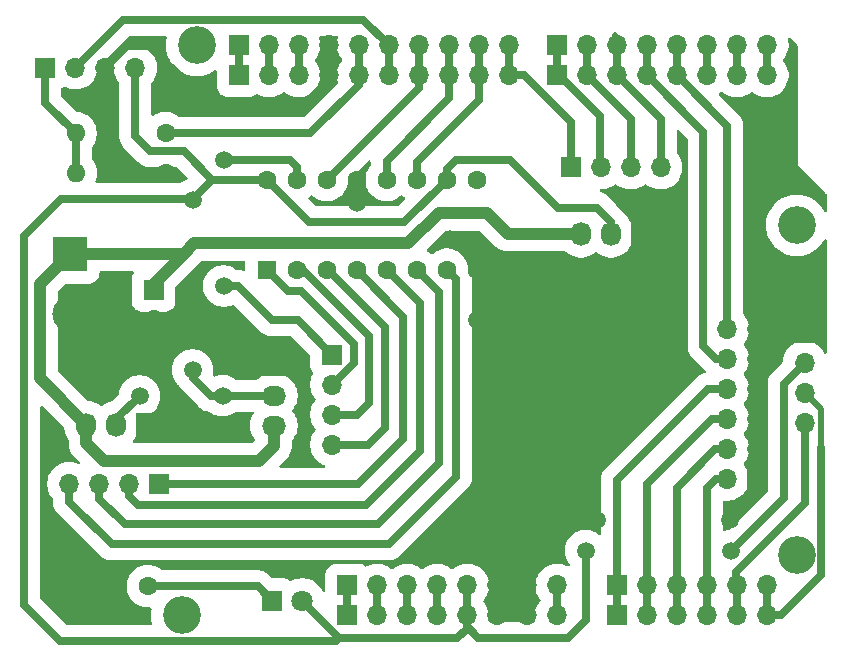
<source format=gbr>
%TF.GenerationSoftware,KiCad,Pcbnew,9.0.0*%
%TF.CreationDate,2025-06-22T11:43:04-03:00*%
%TF.ProjectId,shield arduino,73686965-6c64-4206-9172-6475696e6f2e,rev?*%
%TF.SameCoordinates,Original*%
%TF.FileFunction,Copper,L2,Bot*%
%TF.FilePolarity,Positive*%
%FSLAX46Y46*%
G04 Gerber Fmt 4.6, Leading zero omitted, Abs format (unit mm)*
G04 Created by KiCad (PCBNEW 9.0.0) date 2025-06-22 11:43:04*
%MOMM*%
%LPD*%
G01*
G04 APERTURE LIST*
G04 Aperture macros list*
%AMRoundRect*
0 Rectangle with rounded corners*
0 $1 Rounding radius*
0 $2 $3 $4 $5 $6 $7 $8 $9 X,Y pos of 4 corners*
0 Add a 4 corners polygon primitive as box body*
4,1,4,$2,$3,$4,$5,$6,$7,$8,$9,$2,$3,0*
0 Add four circle primitives for the rounded corners*
1,1,$1+$1,$2,$3*
1,1,$1+$1,$4,$5*
1,1,$1+$1,$6,$7*
1,1,$1+$1,$8,$9*
0 Add four rect primitives between the rounded corners*
20,1,$1+$1,$2,$3,$4,$5,0*
20,1,$1+$1,$4,$5,$6,$7,0*
20,1,$1+$1,$6,$7,$8,$9,0*
20,1,$1+$1,$8,$9,$2,$3,0*%
G04 Aperture macros list end*
%TA.AperFunction,ComponentPad*%
%ADD10R,2.030000X1.730000*%
%TD*%
%TA.AperFunction,ComponentPad*%
%ADD11O,2.030000X1.730000*%
%TD*%
%TA.AperFunction,ComponentPad*%
%ADD12R,1.800000X1.800000*%
%TD*%
%TA.AperFunction,ComponentPad*%
%ADD13C,1.800000*%
%TD*%
%TA.AperFunction,ComponentPad*%
%ADD14C,1.600000*%
%TD*%
%TA.AperFunction,ComponentPad*%
%ADD15O,1.600000X1.600000*%
%TD*%
%TA.AperFunction,ComponentPad*%
%ADD16R,1.700000X1.700000*%
%TD*%
%TA.AperFunction,ComponentPad*%
%ADD17O,1.700000X1.700000*%
%TD*%
%TA.AperFunction,ComponentPad*%
%ADD18C,3.200000*%
%TD*%
%TA.AperFunction,ComponentPad*%
%ADD19R,1.730000X2.030000*%
%TD*%
%TA.AperFunction,ComponentPad*%
%ADD20O,1.730000X2.030000*%
%TD*%
%TA.AperFunction,ComponentPad*%
%ADD21RoundRect,0.250000X0.550000X-0.550000X0.550000X0.550000X-0.550000X0.550000X-0.550000X-0.550000X0*%
%TD*%
%TA.AperFunction,ComponentPad*%
%ADD22R,3.000000X3.000000*%
%TD*%
%TA.AperFunction,ComponentPad*%
%ADD23C,3.000000*%
%TD*%
%TA.AperFunction,ViaPad*%
%ADD24C,1.500000*%
%TD*%
%TA.AperFunction,Conductor*%
%ADD25C,1.000000*%
%TD*%
%TA.AperFunction,Conductor*%
%ADD26C,0.700000*%
%TD*%
%TA.AperFunction,Conductor*%
%ADD27C,0.500000*%
%TD*%
G04 APERTURE END LIST*
D10*
%TO.P,J18,1,Pin_1*%
%TO.N,Earth*%
X156094700Y-92295200D03*
D11*
%TO.P,J18,2,Pin_2*%
%TO.N,+5V*%
X156094700Y-94835200D03*
%TO.P,J18,3,Pin_3*%
%TO.N,Vdrive*%
X156094700Y-97375200D03*
%TD*%
D12*
%TO.P,D1,1,K*%
%TO.N,Net-(D1-K)*%
X155951200Y-112192000D03*
D13*
%TO.P,D1,2,A*%
%TO.N,+5V*%
X158491200Y-112192000D03*
%TD*%
D14*
%TO.P,R1,1*%
%TO.N,Net-(D1-K)*%
X145427900Y-110972800D03*
D15*
%TO.P,R1,2*%
%TO.N,Earth*%
X137807900Y-110972800D03*
%TD*%
D16*
%TO.P,J2,1,Pin_1*%
%TO.N,/SCL{slash}A5*%
X153124100Y-65176600D03*
D17*
%TO.P,J2,2,Pin_2*%
%TO.N,/SDA{slash}A4*%
X155664100Y-65176600D03*
%TO.P,J2,3,Pin_3*%
%TO.N,/AREF*%
X158204100Y-65176600D03*
%TO.P,J2,4,Pin_4*%
%TO.N,Earth*%
X160744100Y-65176600D03*
%TO.P,J2,5,Pin_5*%
%TO.N,/13*%
X163284100Y-65176600D03*
%TO.P,J2,6,Pin_6*%
%TO.N,/12*%
X165824100Y-65176600D03*
%TO.P,J2,7,Pin_7*%
%TO.N,/\u002A11*%
X168364100Y-65176600D03*
%TO.P,J2,8,Pin_8*%
%TO.N,/\u002A10*%
X170904100Y-65176600D03*
%TO.P,J2,9,Pin_9*%
%TO.N,/\u002A9*%
X173444100Y-65176600D03*
%TO.P,J2,10,Pin_10*%
%TO.N,/8*%
X175984100Y-65176600D03*
%TD*%
D14*
%TO.P,R2,1*%
%TO.N,/13*%
X146926500Y-72618800D03*
D15*
%TO.P,R2,2*%
%TO.N,Net-(J10-Pin_1)*%
X139306500Y-72618800D03*
%TD*%
D16*
%TO.P,J15,1,Pin_1*%
%TO.N,/SCL{slash}A5*%
X153124100Y-67716600D03*
D17*
%TO.P,J15,2,Pin_2*%
%TO.N,/SDA{slash}A4*%
X155664100Y-67716600D03*
%TO.P,J15,3,Pin_3*%
%TO.N,/AREF*%
X158204100Y-67716600D03*
%TO.P,J15,4,Pin_4*%
%TO.N,Earth*%
X160744100Y-67716600D03*
%TO.P,J15,5,Pin_5*%
%TO.N,/13*%
X163284100Y-67716600D03*
%TO.P,J15,6,Pin_6*%
%TO.N,/12*%
X165824100Y-67716600D03*
%TO.P,J15,7,Pin_7*%
%TO.N,/\u002A11*%
X168364100Y-67716600D03*
%TO.P,J15,8,Pin_8*%
%TO.N,/\u002A10*%
X170904100Y-67716600D03*
%TO.P,J15,9,Pin_9*%
%TO.N,/\u002A9*%
X173444100Y-67716600D03*
%TO.P,J15,10,Pin_10*%
%TO.N,/8*%
X175984100Y-67716600D03*
%TD*%
D16*
%TO.P,J16,1,Pin_1*%
%TO.N,/7*%
X180048100Y-67716600D03*
D17*
%TO.P,J16,2,Pin_2*%
%TO.N,/\u002A6*%
X182588100Y-67716600D03*
%TO.P,J16,3,Pin_3*%
%TO.N,/\u002A5*%
X185128100Y-67716600D03*
%TO.P,J16,4,Pin_4*%
%TO.N,/4*%
X187668100Y-67716600D03*
%TO.P,J16,5,Pin_5*%
%TO.N,/\u002A3*%
X190208100Y-67716600D03*
%TO.P,J16,6,Pin_6*%
%TO.N,/2*%
X192748100Y-67716600D03*
%TO.P,J16,7,Pin_7*%
%TO.N,/TX{slash}1*%
X195288100Y-67716600D03*
%TO.P,J16,8,Pin_8*%
%TO.N,/RX{slash}0*%
X197828100Y-67716600D03*
%TD*%
D18*
%TO.P,MH3,*%
%TO.N,*%
X200368100Y-80416600D03*
%TD*%
D19*
%TO.P,J18,1,Pin_1*%
%TO.N,Earth*%
X187185500Y-81127800D03*
D20*
%TO.P,J18,2,Pin_2*%
%TO.N,+5V*%
X184645500Y-81127800D03*
%TO.P,J18,3,Pin_3*%
%TO.N,Vdrive*%
X182105500Y-81127800D03*
%TD*%
D16*
%TO.P,J17,1,Pin_1*%
%TO.N,Earth*%
X197015300Y-101879600D03*
D17*
%TO.P,J17,2,Pin_2*%
%TO.N,/A3*%
X194475300Y-101879600D03*
%TO.P,J17,3,Pin_3*%
%TO.N,Earth*%
X197015300Y-99339600D03*
%TO.P,J17,4,Pin_4*%
%TO.N,/A2*%
X194475300Y-99339600D03*
%TO.P,J17,5,Pin_5*%
%TO.N,Earth*%
X197015300Y-96799600D03*
%TO.P,J17,6,Pin_6*%
%TO.N,/A1*%
X194475300Y-96799600D03*
%TO.P,J17,7,Pin_7*%
%TO.N,Earth*%
X197015300Y-94259600D03*
%TO.P,J17,8,Pin_8*%
%TO.N,/A0*%
X194475300Y-94259600D03*
%TO.P,J17,9,Pin_9*%
%TO.N,Earth*%
X197015300Y-91719600D03*
%TO.P,J17,10,Pin_10*%
%TO.N,/4*%
X194475300Y-91719600D03*
%TO.P,J17,11,Pin_11*%
%TO.N,Earth*%
X197015300Y-89179600D03*
%TO.P,J17,12,Pin_12*%
%TO.N,/\u002A3*%
X194475300Y-89179600D03*
%TD*%
D16*
%TO.P,J13,1,Pin_1*%
%TO.N,unconnected-(J1-Pin_1-Pad1)*%
X162308100Y-110906600D03*
D17*
%TO.P,J13,2,Pin_2*%
%TO.N,/IOREF*%
X164848100Y-110906600D03*
%TO.P,J13,3,Pin_3*%
%TO.N,/~{RESET}*%
X167388100Y-110906600D03*
%TO.P,J13,4,Pin_4*%
%TO.N,unconnected-(J1-Pin_4-Pad4)*%
X169928100Y-110906600D03*
%TO.P,J13,5,Pin_5*%
%TO.N,+5V*%
X172468100Y-110906600D03*
%TO.P,J13,6,Pin_6*%
%TO.N,Earth*%
X175008100Y-110906600D03*
%TO.P,J13,7,Pin_7*%
X177548100Y-110906600D03*
%TO.P,J13,8,Pin_8*%
%TO.N,/Vin*%
X180088100Y-110906600D03*
%TD*%
D16*
%TO.P,J12,1,Pin_1*%
%TO.N,Net-(J12-Pin_1)*%
X146374500Y-102312600D03*
D17*
%TO.P,J12,2,Pin_2*%
%TO.N,Net-(J12-Pin_2)*%
X143834500Y-102312600D03*
%TO.P,J12,3,Pin_3*%
%TO.N,Net-(J12-Pin_3)*%
X141294500Y-102312600D03*
%TO.P,J12,4,Pin_4*%
%TO.N,Net-(J12-Pin_4)*%
X138754500Y-102312600D03*
%TD*%
D16*
%TO.P,J8,1,Pin_1*%
%TO.N,Vdrive*%
X145910500Y-85923400D03*
D17*
%TO.P,J8,2,Pin_2*%
%TO.N,Earth*%
X145910500Y-88463400D03*
%TD*%
D16*
%TO.P,J14,1,Pin_1*%
%TO.N,/A0*%
X185128100Y-110896600D03*
D17*
%TO.P,J14,2,Pin_2*%
%TO.N,/A1*%
X187668100Y-110896600D03*
%TO.P,J14,3,Pin_3*%
%TO.N,/A2*%
X190208100Y-110896600D03*
%TO.P,J14,4,Pin_4*%
%TO.N,/A3*%
X192748100Y-110896600D03*
%TO.P,J14,5,Pin_5*%
%TO.N,/SDA{slash}A4*%
X195288100Y-110896600D03*
%TO.P,J14,6,Pin_6*%
%TO.N,/SCL{slash}A5*%
X197828100Y-110896600D03*
%TD*%
D14*
%TO.P,R3,1*%
%TO.N,Earth*%
X146951900Y-75971600D03*
D15*
%TO.P,R3,2*%
%TO.N,Net-(J10-Pin_1)*%
X139331900Y-75971600D03*
%TD*%
D16*
%TO.P,J11,1,Pin_1*%
%TO.N,Earth*%
X201028500Y-89519800D03*
D17*
%TO.P,J11,2,Pin_2*%
%TO.N,+5V*%
X201028500Y-92059800D03*
%TO.P,J11,3,Pin_3*%
%TO.N,/SCL{slash}A5*%
X201028500Y-94599800D03*
%TO.P,J11,4,Pin_4*%
%TO.N,/SDA{slash}A4*%
X201028500Y-97139800D03*
%TD*%
D16*
%TO.P,J1,1,Pin_1*%
%TO.N,unconnected-(J1-Pin_1-Pad1)*%
X162268100Y-113436600D03*
D17*
%TO.P,J1,2,Pin_2*%
%TO.N,/IOREF*%
X164808100Y-113436600D03*
%TO.P,J1,3,Pin_3*%
%TO.N,/~{RESET}*%
X167348100Y-113436600D03*
%TO.P,J1,4,Pin_4*%
%TO.N,unconnected-(J1-Pin_4-Pad4)*%
X169888100Y-113436600D03*
%TO.P,J1,5,Pin_5*%
%TO.N,+5V*%
X172428100Y-113436600D03*
%TO.P,J1,6,Pin_6*%
%TO.N,Earth*%
X174968100Y-113436600D03*
%TO.P,J1,7,Pin_7*%
X177508100Y-113436600D03*
%TO.P,J1,8,Pin_8*%
%TO.N,/Vin*%
X180048100Y-113436600D03*
%TD*%
D18*
%TO.P,MH1,*%
%TO.N,*%
X149568100Y-65176600D03*
%TD*%
D21*
%TO.P,U1,1,QB*%
%TO.N,Net-(J19-Pin_2)*%
X155486300Y-84175800D03*
D14*
%TO.P,U1,2,QC*%
%TO.N,Net-(J19-Pin_3)*%
X158026300Y-84175800D03*
%TO.P,U1,3,QD*%
%TO.N,Net-(J19-Pin_4)*%
X160566300Y-84175800D03*
%TO.P,U1,4,QE*%
%TO.N,Net-(J12-Pin_1)*%
X163106300Y-84175800D03*
%TO.P,U1,5,QF*%
%TO.N,Net-(J12-Pin_2)*%
X165646300Y-84175800D03*
%TO.P,U1,6,QG*%
%TO.N,Net-(J12-Pin_3)*%
X168186300Y-84175800D03*
%TO.P,U1,7,QH*%
%TO.N,Net-(J12-Pin_4)*%
X170726300Y-84175800D03*
%TO.P,U1,8,GND*%
%TO.N,Earth*%
X173266300Y-84175800D03*
%TO.P,U1,9,QH'*%
%TO.N,unconnected-(U1-QH&apos;-Pad9)*%
X173266300Y-76555800D03*
%TO.P,U1,10,~{SRCLR}*%
%TO.N,+5V*%
X170726300Y-76555800D03*
%TO.P,U1,11,SRCLK*%
%TO.N,/\u002A9*%
X168186300Y-76555800D03*
%TO.P,U1,12,RCLK*%
%TO.N,/\u002A10*%
X165646300Y-76555800D03*
%TO.P,U1,13,~{OE}*%
%TO.N,Earth*%
X163106300Y-76555800D03*
%TO.P,U1,14,SER*%
%TO.N,/\u002A11*%
X160566300Y-76555800D03*
%TO.P,U1,15,QA*%
%TO.N,Net-(J19-Pin_1)*%
X158026300Y-76555800D03*
%TO.P,U1,16,VCC*%
%TO.N,+5V*%
X155486300Y-76555800D03*
%TD*%
D22*
%TO.P,J5,1,Pin_1*%
%TO.N,Vdrive*%
X138823900Y-82880400D03*
D23*
%TO.P,J5,2,Pin_2*%
%TO.N,Earth*%
X138823900Y-87960400D03*
%TD*%
D16*
%TO.P,J19,1,Pin_1*%
%TO.N,Net-(J19-Pin_1)*%
X161023500Y-91364000D03*
D17*
%TO.P,J19,2,Pin_2*%
%TO.N,Net-(J19-Pin_2)*%
X161023500Y-93904000D03*
%TO.P,J19,3,Pin_3*%
%TO.N,Net-(J19-Pin_3)*%
X161023500Y-96444000D03*
%TO.P,J19,4,Pin_4*%
%TO.N,Net-(J19-Pin_4)*%
X161023500Y-98984000D03*
%TD*%
D16*
%TO.P,J4,1,Pin_1*%
%TO.N,/7*%
X180048100Y-65176600D03*
D17*
%TO.P,J4,2,Pin_2*%
%TO.N,/\u002A6*%
X182588100Y-65176600D03*
%TO.P,J4,3,Pin_3*%
%TO.N,/\u002A5*%
X185128100Y-65176600D03*
%TO.P,J4,4,Pin_4*%
%TO.N,/4*%
X187668100Y-65176600D03*
%TO.P,J4,5,Pin_5*%
%TO.N,/\u002A3*%
X190208100Y-65176600D03*
%TO.P,J4,6,Pin_6*%
%TO.N,/2*%
X192748100Y-65176600D03*
%TO.P,J4,7,Pin_7*%
%TO.N,/TX{slash}1*%
X195288100Y-65176600D03*
%TO.P,J4,8,Pin_8*%
%TO.N,/RX{slash}0*%
X197828100Y-65176600D03*
%TD*%
D16*
%TO.P,J10,1,Pin_1*%
%TO.N,Net-(J10-Pin_1)*%
X136751100Y-67062400D03*
D17*
%TO.P,J10,2,Pin_2*%
%TO.N,/12*%
X139291100Y-67062400D03*
%TO.P,J10,3,Pin_3*%
%TO.N,Earth*%
X141831100Y-67062400D03*
%TO.P,J10,4,Pin_4*%
%TO.N,+5V*%
X144371100Y-67062400D03*
%TD*%
D16*
%TO.P,J20,1,Pin_1*%
%TO.N,/8*%
X181216500Y-75514400D03*
D17*
%TO.P,J20,2,Pin_2*%
%TO.N,/7*%
X183756500Y-75514400D03*
%TO.P,J20,3,Pin_3*%
%TO.N,/\u002A6*%
X186296500Y-75514400D03*
%TO.P,J20,4,Pin_4*%
%TO.N,/\u002A5*%
X188836500Y-75514400D03*
%TD*%
D16*
%TO.P,J3,1,Pin_1*%
%TO.N,/A0*%
X185128100Y-113436600D03*
D17*
%TO.P,J3,2,Pin_2*%
%TO.N,/A1*%
X187668100Y-113436600D03*
%TO.P,J3,3,Pin_3*%
%TO.N,/A2*%
X190208100Y-113436600D03*
%TO.P,J3,4,Pin_4*%
%TO.N,/A3*%
X192748100Y-113436600D03*
%TO.P,J3,5,Pin_5*%
%TO.N,/SDA{slash}A4*%
X195288100Y-113436600D03*
%TO.P,J3,6,Pin_6*%
%TO.N,/SCL{slash}A5*%
X197828100Y-113436600D03*
%TD*%
D18*
%TO.P,MH2,*%
%TO.N,*%
X148298100Y-113436600D03*
%TD*%
%TO.P,MH4,*%
%TO.N,*%
X200368100Y-108356600D03*
%TD*%
D19*
%TO.P,J18,1,Pin_1*%
%TO.N,Earth*%
X145300900Y-97282200D03*
D20*
%TO.P,J18,2,Pin_2*%
%TO.N,+5V*%
X142760900Y-97282200D03*
%TO.P,J18,3,Pin_3*%
%TO.N,Vdrive*%
X140220900Y-97282200D03*
%TD*%
D24*
%TO.N,+5V*%
X144731900Y-94869200D03*
X149212500Y-92659400D03*
X149237900Y-78232200D03*
X151752500Y-94843800D03*
X194780100Y-107950200D03*
X182486500Y-107950200D03*
%TO.N,Earth*%
X194754700Y-105334000D03*
X183426300Y-105334000D03*
X151828700Y-88443000D03*
X171031100Y-81559600D03*
X163106300Y-78537000D03*
X173266300Y-88468400D03*
%TO.N,Net-(J19-Pin_1)*%
X151854100Y-85547400D03*
X151854100Y-74904800D03*
%TD*%
D25*
%TO.N,Vdrive*%
X136322000Y-85382300D02*
X136322000Y-93383300D01*
X136322000Y-93383300D02*
X140220900Y-97282200D01*
X138823900Y-82880400D02*
X136322000Y-85382300D01*
D26*
%TO.N,+5V*%
X161361400Y-115621000D02*
X161640800Y-115341600D01*
X138011100Y-115621000D02*
X161361400Y-115621000D01*
X134975800Y-81292900D02*
X134975800Y-112585700D01*
X149237900Y-78181400D02*
X138087300Y-78181400D01*
X134975800Y-112585700D02*
X138011100Y-115621000D01*
X150863500Y-76555800D02*
X149237900Y-78181400D01*
X138087300Y-78181400D02*
X134975800Y-81292900D01*
X142760900Y-96840200D02*
X144731900Y-94869200D01*
X142760900Y-97282200D02*
X142760900Y-96840200D01*
X161640800Y-115341600D02*
X164643000Y-115341600D01*
X158491200Y-112192000D02*
X161640800Y-115341600D01*
X164643000Y-115341600D02*
X171640700Y-115341600D01*
%TO.N,Net-(D1-K)*%
X154732000Y-110972800D02*
X155951200Y-112192000D01*
X145427900Y-110972800D02*
X154732000Y-110972800D01*
%TO.N,unconnected-(J1-Pin_1-Pad1)*%
X162268100Y-110946600D02*
X162308100Y-110906600D01*
X162268100Y-113436600D02*
X162268100Y-110946600D01*
%TO.N,+5V*%
X171640700Y-115341600D02*
X172428100Y-114554200D01*
X149237900Y-93345200D02*
X149237900Y-92659400D01*
X144371100Y-67062400D02*
X144371100Y-72882800D01*
X171488300Y-74854000D02*
X170726300Y-75616000D01*
X172428100Y-113436600D02*
X172428100Y-110946600D01*
X182486500Y-108001000D02*
X182486500Y-113843000D01*
X170726300Y-75616000D02*
X170726300Y-76555800D01*
X184645500Y-81127800D02*
X184645500Y-80137200D01*
X170726300Y-76555800D02*
X167144900Y-80137200D01*
X173367900Y-115316200D02*
X172428100Y-114376400D01*
X150736500Y-94843800D02*
X149237900Y-93345200D01*
X142913300Y-97129800D02*
X142760900Y-97282200D01*
X172428100Y-110946600D02*
X172468100Y-110906600D01*
X159067700Y-80137200D02*
X155486300Y-76555800D01*
X150863500Y-76555800D02*
X155486300Y-76555800D01*
X167144900Y-80137200D02*
X159067700Y-80137200D01*
X184645500Y-80137200D02*
X183426300Y-78918000D01*
D27*
X182511900Y-107975600D02*
X182537300Y-108001000D01*
D26*
X172428100Y-114554200D02*
X172428100Y-113436600D01*
D27*
X182511900Y-107975600D02*
X182486500Y-108001000D01*
D26*
X181013300Y-115316200D02*
X173367900Y-115316200D01*
X182486500Y-113843000D02*
X181013300Y-115316200D01*
X194805500Y-107950200D02*
X199275900Y-103479800D01*
X151803300Y-94843800D02*
X150736500Y-94843800D01*
X176085700Y-74854000D02*
X171488300Y-74854000D01*
X199275900Y-103479800D02*
X199275900Y-93812400D01*
X156094700Y-94835200D02*
X151718500Y-94835200D01*
X183426300Y-78918000D02*
X180149700Y-78918000D01*
X142760900Y-97724200D02*
X142760900Y-97282200D01*
X144371100Y-72882800D02*
X145631100Y-74142800D01*
X151718500Y-94835200D02*
X151676300Y-94793000D01*
X199275900Y-93812400D02*
X201028500Y-92059800D01*
X172428100Y-114376400D02*
X172428100Y-113436600D01*
X145631100Y-74142800D02*
X148450500Y-74142800D01*
X180149700Y-78918000D02*
X176085700Y-74854000D01*
X148450500Y-74142800D02*
X150863500Y-76555800D01*
%TO.N,/IOREF*%
X164808100Y-110946600D02*
X164848100Y-110906600D01*
X164808100Y-113436600D02*
X164808100Y-110946600D01*
%TO.N,/A0*%
X185128100Y-101955800D02*
X185128100Y-110896600D01*
X185128100Y-113436600D02*
X185128100Y-110896600D01*
X194475300Y-94259600D02*
X192824300Y-94259600D01*
X192824300Y-94259600D02*
X185128100Y-101955800D01*
%TO.N,/A1*%
X194475300Y-96799600D02*
X193205300Y-96799600D01*
X193205300Y-96799600D02*
X187668100Y-102336800D01*
X187668100Y-102336800D02*
X187668100Y-110896600D01*
X187668100Y-113436600D02*
X187668100Y-110896600D01*
%TO.N,/A2*%
X190208100Y-110896600D02*
X190208100Y-102616200D01*
X193484700Y-99339600D02*
X194475300Y-99339600D01*
X190208100Y-113436600D02*
X190208100Y-110896600D01*
X190208100Y-102616200D02*
X193484700Y-99339600D01*
%TO.N,/A3*%
X192748100Y-113436600D02*
X192748100Y-110896600D01*
X192748100Y-102641600D02*
X192748100Y-110896600D01*
X193510100Y-101879600D02*
X192748100Y-102641600D01*
X194475300Y-101879600D02*
X193510100Y-101879600D01*
%TO.N,/SDA{slash}A4*%
X155664100Y-67716600D02*
X155664100Y-65176600D01*
X201028500Y-103962400D02*
X201028500Y-97139800D01*
X195288100Y-113436600D02*
X195288100Y-110896600D01*
X195288100Y-110896600D02*
X195262700Y-110871200D01*
X195262700Y-109728200D02*
X201028500Y-103962400D01*
X195262700Y-110871200D02*
X195262700Y-109728200D01*
%TO.N,/SCL{slash}A5*%
X197828100Y-113436600D02*
X197828100Y-110896600D01*
X202429500Y-110037281D02*
X199030181Y-113436600D01*
D27*
X201028500Y-94599800D02*
X202429500Y-96000800D01*
X202429500Y-96000800D02*
X202429500Y-99568200D01*
D26*
X202429500Y-99568200D02*
X202429500Y-110037281D01*
D27*
X198666300Y-113436600D02*
X197828100Y-113436600D01*
D26*
X202429500Y-99259400D02*
X202429500Y-99568200D01*
X199030181Y-113436600D02*
X197828100Y-113436600D01*
X153124100Y-67716600D02*
X153124100Y-65176600D01*
%TO.N,/13*%
X163284100Y-68504000D02*
X159169300Y-72618800D01*
X163284100Y-67716600D02*
X163284100Y-65176600D01*
X159169300Y-72618800D02*
X146926500Y-72618800D01*
X163284100Y-67716600D02*
X163284100Y-68504000D01*
%TO.N,/12*%
X165824100Y-67716600D02*
X165824100Y-65176600D01*
X163665100Y-63017600D02*
X165824100Y-65176600D01*
X139291100Y-67062400D02*
X143335900Y-63017600D01*
X143335900Y-63017600D02*
X163665100Y-63017600D01*
%TO.N,/AREF*%
X158204100Y-67716600D02*
X158204100Y-65176600D01*
%TO.N,/8*%
X175984100Y-67716600D02*
X177254100Y-67716600D01*
X177254100Y-67716600D02*
X181216500Y-71679000D01*
X175984100Y-67716600D02*
X175984100Y-65176600D01*
X181216500Y-71679000D02*
X181216500Y-75514400D01*
%TO.N,/7*%
X180276700Y-67716600D02*
X183731100Y-71171000D01*
X183731100Y-71171000D02*
X183731100Y-75489000D01*
X180048100Y-67716600D02*
X180276700Y-67716600D01*
D27*
X180015700Y-64901400D02*
X179886700Y-65030400D01*
D26*
X183731100Y-75489000D02*
X183756500Y-75514400D01*
X180048100Y-67716600D02*
X180048100Y-65176600D01*
%TO.N,/4*%
X192468700Y-90652800D02*
X193535500Y-91719600D01*
X192468700Y-72517200D02*
X192468700Y-90652800D01*
X187668100Y-67716600D02*
X192468700Y-72517200D01*
X187668100Y-67716600D02*
X187668100Y-65176600D01*
X193535500Y-91719600D02*
X194475300Y-91719600D01*
%TO.N,/TX{slash}1*%
X195288100Y-67716600D02*
X195288100Y-65176600D01*
%TO.N,/RX{slash}0*%
X197828100Y-67716600D02*
X197828100Y-65176600D01*
%TO.N,Earth*%
X150482500Y-70180400D02*
X158712100Y-70180400D01*
X141831100Y-67062400D02*
X143666100Y-65227400D01*
D27*
X163131700Y-78562400D02*
X163106300Y-78537000D01*
D26*
X197015300Y-103073400D02*
X194754700Y-105334000D01*
D27*
X200688300Y-89179600D02*
X201028500Y-89519800D01*
D26*
X173266300Y-88392200D02*
X173317100Y-88443000D01*
X177508100Y-113436600D02*
X177508100Y-110946600D01*
X183578700Y-105334000D02*
X180580700Y-105334000D01*
D27*
X197015300Y-103429000D02*
X197015300Y-89179600D01*
D26*
X180580700Y-105334000D02*
X175008100Y-110906600D01*
X183604100Y-105359400D02*
X183578700Y-105334000D01*
X174968100Y-113436600D02*
X174968100Y-110946600D01*
D27*
X163106300Y-78537000D02*
X163106300Y-76555800D01*
D26*
X177508100Y-110946600D02*
X177548100Y-110906600D01*
X143666100Y-65227400D02*
X145529500Y-65227400D01*
D27*
X163131700Y-78994200D02*
X163131700Y-78562400D01*
X197015300Y-89179600D02*
X200688300Y-89179600D01*
D26*
X160744100Y-68148400D02*
X160744100Y-67716600D01*
X158712100Y-70180400D02*
X160744100Y-68148400D01*
X174968100Y-110946600D02*
X175008100Y-110906600D01*
X173266300Y-84175800D02*
X173266300Y-83667800D01*
X145529500Y-65227400D02*
X150482500Y-70180400D01*
X173266300Y-83667800D02*
X171081900Y-81483400D01*
X197015300Y-101879600D02*
X197015300Y-103073400D01*
X173266300Y-84175800D02*
X173266300Y-88392200D01*
X160744100Y-67716600D02*
X160744100Y-65176600D01*
D25*
%TO.N,Vdrive*%
X156094700Y-99137600D02*
X156094700Y-97375200D01*
X167475100Y-81940600D02*
X170047700Y-79368000D01*
X145910500Y-85923400D02*
X145910500Y-85344200D01*
X154876700Y-100355600D02*
X156094700Y-99137600D01*
X148450500Y-82804200D02*
X149314100Y-81940600D01*
X140220900Y-97282200D02*
X140220900Y-98882400D01*
X170047700Y-79368000D02*
X174148100Y-79368000D01*
X138900100Y-82804200D02*
X148450500Y-82804200D01*
X145910500Y-85344200D02*
X148450500Y-82804200D01*
X175907900Y-81127800D02*
X182105500Y-81127800D01*
X141694100Y-100355600D02*
X154876700Y-100355600D01*
X140220900Y-98882400D02*
X141694100Y-100355600D01*
X138823900Y-82880400D02*
X138900100Y-82804200D01*
X149314100Y-81940600D02*
X167475100Y-81940600D01*
X174148100Y-79368000D02*
X175907900Y-81127800D01*
D26*
%TO.N,Net-(J19-Pin_1)*%
X158026300Y-76555800D02*
X158026300Y-75438200D01*
X153047900Y-85547400D02*
X151854100Y-85547400D01*
X155968900Y-88468400D02*
X153047900Y-85547400D01*
X157467500Y-74879400D02*
X151828700Y-74879400D01*
X158026300Y-75438200D02*
X157467500Y-74879400D01*
X158127900Y-88468400D02*
X155968900Y-88468400D01*
X161023500Y-91364000D02*
X158127900Y-88468400D01*
%TO.N,Net-(J19-Pin_2)*%
X161023500Y-93904000D02*
X162877700Y-92049800D01*
X158407300Y-86004600D02*
X157315100Y-86004600D01*
X162877700Y-90475000D02*
X158407300Y-86004600D01*
X162877700Y-92049800D02*
X162877700Y-90475000D01*
X157315100Y-86004600D02*
X155486300Y-84175800D01*
%TO.N,Net-(J19-Pin_4)*%
X160667900Y-84175800D02*
X165544700Y-89052600D01*
X165544700Y-97536200D02*
X164096900Y-98984000D01*
X160566300Y-84175800D02*
X160667900Y-84175800D01*
X164096900Y-98984000D02*
X161023500Y-98984000D01*
X165544700Y-89052600D02*
X165544700Y-97536200D01*
%TO.N,Net-(J19-Pin_3)*%
X163106300Y-96444000D02*
X161023500Y-96444000D01*
X164122300Y-89774015D02*
X158524085Y-84175800D01*
X164122300Y-95428000D02*
X163106300Y-96444000D01*
X164122300Y-89774015D02*
X164122300Y-95428000D01*
X158524085Y-84175800D02*
X158026300Y-84175800D01*
%TO.N,unconnected-(J1-Pin_4-Pad4)*%
X169888100Y-110946600D02*
X169928100Y-110906600D01*
X169888100Y-113436600D02*
X169888100Y-110946600D01*
%TO.N,/Vin*%
X180088100Y-110906600D02*
X180088100Y-113396600D01*
X180088100Y-113396600D02*
X180048100Y-113436600D01*
%TO.N,/~{RESET}*%
X167348100Y-110946600D02*
X167388100Y-110906600D01*
X167348100Y-113436600D02*
X167348100Y-110946600D01*
%TO.N,/\u002A11*%
X168364100Y-68758000D02*
X168364100Y-67716600D01*
D27*
X168176700Y-67596400D02*
X168202700Y-67570400D01*
X167779900Y-67716600D02*
X168364100Y-67716600D01*
D26*
X168364100Y-67716600D02*
X168364100Y-65176600D01*
X160566300Y-76555800D02*
X168364100Y-68758000D01*
%TO.N,/\u002A10*%
X165646300Y-76555800D02*
X165646300Y-74930200D01*
X170904100Y-69672400D02*
X170904100Y-67716600D01*
X165646300Y-74930200D02*
X170904100Y-69672400D01*
X170904100Y-67716600D02*
X170904100Y-65176600D01*
%TO.N,/\u002A9*%
X168186300Y-76555800D02*
X168186300Y-75031800D01*
X173444100Y-69774000D02*
X173444100Y-67716600D01*
X168186300Y-75031800D02*
X173444100Y-69774000D01*
X173444100Y-67716600D02*
X173444100Y-65176600D01*
%TO.N,/2*%
X192748100Y-67716600D02*
X192748100Y-65176600D01*
%TO.N,/\u002A3*%
X190208100Y-67716600D02*
X194475300Y-71983800D01*
X194475300Y-71983800D02*
X194475300Y-89179600D01*
X190208100Y-67716600D02*
X190208100Y-65176600D01*
%TO.N,/\u002A6*%
X186296500Y-71425000D02*
X186296500Y-75514400D01*
X182588100Y-67716600D02*
X186296500Y-71425000D01*
X182588100Y-67716600D02*
X182588100Y-65176600D01*
%TO.N,/\u002A5*%
X185128100Y-67716600D02*
X188836500Y-71425000D01*
X188836500Y-71425000D02*
X188836500Y-75514400D01*
X185128100Y-67716600D02*
X185128100Y-65176600D01*
D27*
X184966700Y-64340400D02*
X184966700Y-65030400D01*
X184966700Y-64610400D02*
X184966700Y-65030400D01*
D26*
%TO.N,Net-(J10-Pin_1)*%
X136751100Y-70063400D02*
X139306500Y-72618800D01*
X139306500Y-75946200D02*
X139331900Y-75971600D01*
X139306500Y-72618800D02*
X139306500Y-75946200D01*
X136751100Y-67062400D02*
X136751100Y-70063400D01*
%TO.N,Net-(J12-Pin_2)*%
X143834500Y-103334200D02*
X143834500Y-102312600D01*
X168491100Y-99517400D02*
X163919100Y-104089400D01*
X168491100Y-87020600D02*
X168491100Y-99517400D01*
X163919100Y-104089400D02*
X144589700Y-104089400D01*
X165646300Y-84175800D02*
X168491100Y-87020600D01*
X144589700Y-104089400D02*
X143834500Y-103334200D01*
D27*
%TO.N,Net-(J12-Pin_1)*%
X163207900Y-84175800D02*
X163106300Y-84175800D01*
D26*
X163106300Y-84201200D02*
X163106300Y-84175800D01*
X146374500Y-102312600D02*
X163232100Y-102312600D01*
X163232100Y-102312600D02*
X167043300Y-98501400D01*
X167043300Y-98501400D02*
X167043300Y-88138200D01*
X167043300Y-88138200D02*
X163106300Y-84201200D01*
%TO.N,Net-(J12-Pin_4)*%
X142354500Y-107416800D02*
X138754500Y-103816800D01*
X171539100Y-84988600D02*
X171539100Y-101727200D01*
X165849500Y-107416800D02*
X142354500Y-107416800D01*
X138754500Y-103816800D02*
X138754500Y-102312600D01*
X170726300Y-84175800D02*
X171539100Y-84988600D01*
X171539100Y-101727200D02*
X165849500Y-107416800D01*
%TO.N,Net-(J12-Pin_3)*%
X141294500Y-103562800D02*
X141294500Y-102312600D01*
X164884300Y-105740400D02*
X143472100Y-105740400D01*
X170065900Y-86055400D02*
X170065900Y-100558800D01*
X168186300Y-84175800D02*
X170065900Y-86055400D01*
X170065900Y-100558800D02*
X164884300Y-105740400D01*
X143472100Y-105740400D02*
X141294500Y-103562800D01*
%TD*%
%TA.AperFunction,Conductor*%
%TO.N,Earth*%
G36*
X190392203Y-72351044D02*
G01*
X190398681Y-72357076D01*
X191081881Y-73040276D01*
X191115366Y-73101599D01*
X191118200Y-73127957D01*
X191118200Y-90759086D01*
X191140422Y-90899394D01*
X191151454Y-90969043D01*
X191201640Y-91123500D01*
X191217144Y-91171214D01*
X191313651Y-91360620D01*
X191438589Y-91532584D01*
X191438593Y-91532588D01*
X191438596Y-91532592D01*
X191588908Y-91682904D01*
X191593238Y-91687234D01*
X191593249Y-91687244D01*
X192505393Y-92599388D01*
X192505396Y-92599392D01*
X192629747Y-92723743D01*
X192642265Y-92746669D01*
X192663230Y-92785063D01*
X192663229Y-92785063D01*
X192663230Y-92785064D01*
X192658246Y-92854756D01*
X192640320Y-92878701D01*
X192616375Y-92910689D01*
X192561463Y-92933895D01*
X192508059Y-92942353D01*
X192305885Y-93008044D01*
X192116479Y-93104551D01*
X191944513Y-93229490D01*
X184097990Y-101076013D01*
X183973051Y-101247979D01*
X183876544Y-101437385D01*
X183810853Y-101639560D01*
X183777600Y-101849513D01*
X183777600Y-106482992D01*
X183757915Y-106550031D01*
X183705111Y-106595786D01*
X183635953Y-106605730D01*
X183578114Y-106581368D01*
X183461112Y-106491589D01*
X183262388Y-106376856D01*
X183262376Y-106376850D01*
X183050387Y-106289042D01*
X183005699Y-106277068D01*
X182828738Y-106229652D01*
X182790715Y-106224646D01*
X182601241Y-106199700D01*
X182601234Y-106199700D01*
X182371766Y-106199700D01*
X182371758Y-106199700D01*
X182155215Y-106228209D01*
X182144262Y-106229652D01*
X182050576Y-106254754D01*
X181922612Y-106289042D01*
X181710623Y-106376850D01*
X181710609Y-106376857D01*
X181511882Y-106491592D01*
X181329838Y-106631281D01*
X181167581Y-106793538D01*
X181027892Y-106975582D01*
X180913157Y-107174309D01*
X180913150Y-107174323D01*
X180825342Y-107386312D01*
X180765953Y-107607959D01*
X180765951Y-107607970D01*
X180736000Y-107835458D01*
X180736000Y-108064941D01*
X180760946Y-108254415D01*
X180765952Y-108292438D01*
X180807341Y-108446904D01*
X180825342Y-108514087D01*
X180913150Y-108726076D01*
X180913157Y-108726090D01*
X181027889Y-108924812D01*
X181110376Y-109032310D01*
X181118619Y-109053632D01*
X181130977Y-109072862D01*
X181133892Y-109093141D01*
X181135570Y-109097480D01*
X181136000Y-109107797D01*
X181136000Y-109160057D01*
X181116315Y-109227096D01*
X181063511Y-109272851D01*
X180994353Y-109282795D01*
X180950001Y-109267445D01*
X180929278Y-109255480D01*
X180908312Y-109243376D01*
X180869009Y-109227096D01*
X180684204Y-109150547D01*
X180486157Y-109097480D01*
X180449889Y-109087762D01*
X180449888Y-109087761D01*
X180449885Y-109087761D01*
X180209389Y-109056100D01*
X180209388Y-109056100D01*
X179966812Y-109056100D01*
X179966811Y-109056100D01*
X179726314Y-109087761D01*
X179491995Y-109150547D01*
X179267894Y-109243373D01*
X179267885Y-109243377D01*
X179057806Y-109364667D01*
X178865363Y-109512333D01*
X178865356Y-109512339D01*
X178693839Y-109683856D01*
X178693833Y-109683863D01*
X178546167Y-109876306D01*
X178546164Y-109876310D01*
X178546164Y-109876311D01*
X178544506Y-109879183D01*
X178424877Y-110086385D01*
X178424873Y-110086394D01*
X178332047Y-110310495D01*
X178269261Y-110544814D01*
X178237600Y-110785311D01*
X178237600Y-111027888D01*
X178269261Y-111268385D01*
X178332047Y-111502704D01*
X178405302Y-111679556D01*
X178424876Y-111726812D01*
X178546164Y-111936889D01*
X178546166Y-111936892D01*
X178546167Y-111936893D01*
X178648340Y-112070049D01*
X178673534Y-112135218D01*
X178659495Y-112203663D01*
X178648340Y-112221021D01*
X178506167Y-112406306D01*
X178384877Y-112616385D01*
X178384873Y-112616394D01*
X178292047Y-112840495D01*
X178229261Y-113074814D01*
X178197600Y-113315311D01*
X178197600Y-113557888D01*
X178229262Y-113798389D01*
X178232268Y-113809608D01*
X178230605Y-113879458D01*
X178191441Y-113937320D01*
X178127213Y-113964823D01*
X178112493Y-113965700D01*
X174363707Y-113965700D01*
X174296668Y-113946015D01*
X174250913Y-113893211D01*
X174240969Y-113824053D01*
X174243932Y-113809608D01*
X174245673Y-113803109D01*
X174246938Y-113798389D01*
X174278600Y-113557888D01*
X174278600Y-113315312D01*
X174246938Y-113074811D01*
X174184154Y-112840500D01*
X174091324Y-112616388D01*
X173970036Y-112406311D01*
X173932849Y-112357848D01*
X173867859Y-112273150D01*
X173842665Y-112207981D01*
X173856704Y-112139536D01*
X173867859Y-112122178D01*
X173907859Y-112070049D01*
X174010036Y-111936889D01*
X174131324Y-111726812D01*
X174224154Y-111502700D01*
X174286938Y-111268389D01*
X174318600Y-111027888D01*
X174318600Y-110785312D01*
X174286938Y-110544811D01*
X174224154Y-110310500D01*
X174131324Y-110086388D01*
X174010036Y-109876311D01*
X173891049Y-109721244D01*
X173862366Y-109683863D01*
X173862360Y-109683856D01*
X173690843Y-109512339D01*
X173690836Y-109512333D01*
X173498393Y-109364667D01*
X173498392Y-109364666D01*
X173498389Y-109364664D01*
X173288312Y-109243376D01*
X173249009Y-109227096D01*
X173064204Y-109150547D01*
X172866157Y-109097480D01*
X172829889Y-109087762D01*
X172829888Y-109087761D01*
X172829885Y-109087761D01*
X172589389Y-109056100D01*
X172589388Y-109056100D01*
X172346812Y-109056100D01*
X172346811Y-109056100D01*
X172106314Y-109087761D01*
X171871995Y-109150547D01*
X171647894Y-109243373D01*
X171647885Y-109243377D01*
X171437806Y-109364667D01*
X171273586Y-109490677D01*
X171208417Y-109515871D01*
X171139972Y-109501832D01*
X171122614Y-109490677D01*
X170958393Y-109364667D01*
X170958392Y-109364666D01*
X170958389Y-109364664D01*
X170748312Y-109243376D01*
X170709009Y-109227096D01*
X170524204Y-109150547D01*
X170326157Y-109097480D01*
X170289889Y-109087762D01*
X170289888Y-109087761D01*
X170289885Y-109087761D01*
X170049389Y-109056100D01*
X170049388Y-109056100D01*
X169806812Y-109056100D01*
X169806811Y-109056100D01*
X169566314Y-109087761D01*
X169331995Y-109150547D01*
X169107894Y-109243373D01*
X169107885Y-109243377D01*
X168897806Y-109364667D01*
X168733586Y-109490677D01*
X168668417Y-109515871D01*
X168599972Y-109501832D01*
X168582614Y-109490677D01*
X168418393Y-109364667D01*
X168418392Y-109364666D01*
X168418389Y-109364664D01*
X168208312Y-109243376D01*
X168169009Y-109227096D01*
X167984204Y-109150547D01*
X167786157Y-109097480D01*
X167749889Y-109087762D01*
X167749888Y-109087761D01*
X167749885Y-109087761D01*
X167509389Y-109056100D01*
X167509388Y-109056100D01*
X167266812Y-109056100D01*
X167266811Y-109056100D01*
X167026314Y-109087761D01*
X166791995Y-109150547D01*
X166567894Y-109243373D01*
X166567885Y-109243377D01*
X166357806Y-109364667D01*
X166193586Y-109490677D01*
X166128417Y-109515871D01*
X166059972Y-109501832D01*
X166042614Y-109490677D01*
X165878393Y-109364667D01*
X165878392Y-109364666D01*
X165878389Y-109364664D01*
X165668312Y-109243376D01*
X165629009Y-109227096D01*
X165444204Y-109150547D01*
X165246157Y-109097480D01*
X165209889Y-109087762D01*
X165209888Y-109087761D01*
X165209885Y-109087761D01*
X164969389Y-109056100D01*
X164969388Y-109056100D01*
X164726812Y-109056100D01*
X164726811Y-109056100D01*
X164486314Y-109087761D01*
X164251995Y-109150547D01*
X164027894Y-109243373D01*
X164027889Y-109243375D01*
X163935740Y-109296577D01*
X163867840Y-109313049D01*
X163801813Y-109290196D01*
X163795381Y-109285291D01*
X163711512Y-109216905D01*
X163711508Y-109216903D01*
X163711507Y-109216902D01*
X163531149Y-109122691D01*
X163531148Y-109122690D01*
X163531145Y-109122689D01*
X163413929Y-109089150D01*
X163335518Y-109066714D01*
X163335515Y-109066713D01*
X163335513Y-109066713D01*
X163269202Y-109060817D01*
X163216137Y-109056100D01*
X163216132Y-109056100D01*
X161400071Y-109056100D01*
X161400065Y-109056100D01*
X161400064Y-109056101D01*
X161388416Y-109057136D01*
X161280684Y-109066713D01*
X161085054Y-109122689D01*
X161031725Y-109150546D01*
X160904693Y-109216902D01*
X160904691Y-109216903D01*
X160904690Y-109216904D01*
X160746990Y-109345490D01*
X160618404Y-109503190D01*
X160524189Y-109683554D01*
X160479432Y-109839976D01*
X160469036Y-109876311D01*
X160468214Y-109879183D01*
X160468213Y-109879186D01*
X160457600Y-109998566D01*
X160457600Y-111349675D01*
X160437915Y-111416714D01*
X160385111Y-111462469D01*
X160315953Y-111472413D01*
X160252397Y-111443388D01*
X160219039Y-111397128D01*
X160199364Y-111349627D01*
X160185038Y-111324814D01*
X160074799Y-111133873D01*
X159923139Y-110936225D01*
X159923133Y-110936218D01*
X159746981Y-110760066D01*
X159746974Y-110760060D01*
X159549326Y-110608400D01*
X159333576Y-110483837D01*
X159333561Y-110483830D01*
X159103407Y-110388498D01*
X158989919Y-110358089D01*
X158862765Y-110324018D01*
X158862764Y-110324017D01*
X158862761Y-110324017D01*
X158615775Y-110291501D01*
X158615770Y-110291500D01*
X158615765Y-110291500D01*
X158366635Y-110291500D01*
X158366629Y-110291500D01*
X158366624Y-110291501D01*
X158119638Y-110324017D01*
X157878992Y-110388498D01*
X157648838Y-110483830D01*
X157648821Y-110483839D01*
X157602558Y-110510548D01*
X157534658Y-110527019D01*
X157468631Y-110504166D01*
X157462199Y-110499262D01*
X157404609Y-110452304D01*
X157404610Y-110452304D01*
X157404607Y-110452302D01*
X157224249Y-110358091D01*
X157224248Y-110358090D01*
X157224245Y-110358089D01*
X157105166Y-110324017D01*
X157028618Y-110302114D01*
X157028615Y-110302113D01*
X157028613Y-110302113D01*
X156955831Y-110295642D01*
X156909237Y-110291500D01*
X156909233Y-110291500D01*
X156011957Y-110291500D01*
X155982516Y-110282855D01*
X155952530Y-110276332D01*
X155947514Y-110272577D01*
X155944918Y-110271815D01*
X155924276Y-110255181D01*
X155766444Y-110097349D01*
X155766435Y-110097339D01*
X155755481Y-110086385D01*
X155611792Y-109942696D01*
X155611788Y-109942693D01*
X155611784Y-109942689D01*
X155439820Y-109817751D01*
X155250414Y-109721244D01*
X155250413Y-109721243D01*
X155250412Y-109721243D01*
X155048243Y-109655554D01*
X155048241Y-109655553D01*
X155048240Y-109655553D01*
X154886957Y-109630008D01*
X154838287Y-109622300D01*
X154838286Y-109622300D01*
X146667631Y-109622300D01*
X146600592Y-109602615D01*
X146592145Y-109596676D01*
X146430354Y-109472530D01*
X146430353Y-109472529D01*
X146430350Y-109472527D01*
X146348857Y-109425477D01*
X146225956Y-109354519D01*
X146225945Y-109354514D01*
X146007893Y-109264194D01*
X145869442Y-109227096D01*
X145779914Y-109203107D01*
X145779913Y-109203106D01*
X145779910Y-109203106D01*
X145545920Y-109172301D01*
X145545917Y-109172300D01*
X145545911Y-109172300D01*
X145309889Y-109172300D01*
X145309883Y-109172300D01*
X145309879Y-109172301D01*
X145075889Y-109203106D01*
X144847906Y-109264194D01*
X144629854Y-109354514D01*
X144629843Y-109354519D01*
X144425445Y-109472530D01*
X144238202Y-109616206D01*
X144238195Y-109616212D01*
X144071312Y-109783095D01*
X144071306Y-109783102D01*
X143927630Y-109970345D01*
X143809619Y-110174743D01*
X143809614Y-110174754D01*
X143719294Y-110392806D01*
X143658206Y-110620789D01*
X143627401Y-110854779D01*
X143627400Y-110854795D01*
X143627400Y-111090804D01*
X143627401Y-111090820D01*
X143657161Y-111316876D01*
X143658207Y-111324814D01*
X143697756Y-111472413D01*
X143719294Y-111552793D01*
X143809614Y-111770845D01*
X143809619Y-111770856D01*
X143834896Y-111814636D01*
X143927627Y-111975250D01*
X143927629Y-111975253D01*
X143927630Y-111975254D01*
X144071306Y-112162497D01*
X144071312Y-112162504D01*
X144238195Y-112329387D01*
X144238202Y-112329393D01*
X144324731Y-112395789D01*
X144425450Y-112473073D01*
X144556818Y-112548918D01*
X144629843Y-112591080D01*
X144629848Y-112591082D01*
X144629851Y-112591084D01*
X144847907Y-112681406D01*
X145075886Y-112742493D01*
X145309889Y-112773300D01*
X145309896Y-112773300D01*
X145545904Y-112773300D01*
X145545911Y-112773300D01*
X145612689Y-112764508D01*
X145681723Y-112775273D01*
X145733979Y-112821653D01*
X145752865Y-112888921D01*
X145749765Y-112915039D01*
X145730302Y-113000310D01*
X145730299Y-113000328D01*
X145697600Y-113290552D01*
X145697600Y-113582647D01*
X145730299Y-113872871D01*
X145730301Y-113872883D01*
X145730302Y-113872886D01*
X145731802Y-113879458D01*
X145786455Y-114118907D01*
X145782182Y-114188646D01*
X145740883Y-114245004D01*
X145675671Y-114270087D01*
X145665564Y-114270500D01*
X138621858Y-114270500D01*
X138554819Y-114250815D01*
X138534177Y-114234181D01*
X136362619Y-112062623D01*
X136329134Y-112001300D01*
X136326300Y-111974942D01*
X136326300Y-95808989D01*
X136345985Y-95741950D01*
X136398789Y-95696195D01*
X136467947Y-95686251D01*
X136531503Y-95715276D01*
X136537981Y-95721308D01*
X138323248Y-97506575D01*
X138356733Y-97567898D01*
X138358506Y-97578070D01*
X138364001Y-97619805D01*
X138387319Y-97796922D01*
X138396154Y-97829893D01*
X138450610Y-98033130D01*
X138504731Y-98163788D01*
X138544194Y-98259060D01*
X138666465Y-98470840D01*
X138666470Y-98470846D01*
X138666471Y-98470848D01*
X138694776Y-98507736D01*
X138719970Y-98572905D01*
X138720400Y-98583222D01*
X138720400Y-99000497D01*
X138757346Y-99233768D01*
X138830333Y-99458396D01*
X138937557Y-99668834D01*
X139076384Y-99859911D01*
X139630910Y-100414437D01*
X139664395Y-100475760D01*
X139659411Y-100545452D01*
X139617539Y-100601385D01*
X139552075Y-100625802D01*
X139495777Y-100616679D01*
X139350607Y-100556548D01*
X139331663Y-100551472D01*
X139116289Y-100493762D01*
X139116288Y-100493761D01*
X139116285Y-100493761D01*
X138875789Y-100462100D01*
X138875788Y-100462100D01*
X138633212Y-100462100D01*
X138633211Y-100462100D01*
X138392714Y-100493761D01*
X138158395Y-100556547D01*
X137934294Y-100649373D01*
X137934285Y-100649377D01*
X137724206Y-100770667D01*
X137531763Y-100918333D01*
X137531756Y-100918339D01*
X137360239Y-101089856D01*
X137360233Y-101089863D01*
X137212567Y-101282306D01*
X137212564Y-101282310D01*
X137212564Y-101282311D01*
X137211878Y-101283500D01*
X137091277Y-101492385D01*
X137091273Y-101492394D01*
X136998447Y-101716495D01*
X136935661Y-101950814D01*
X136904000Y-102191311D01*
X136904000Y-102433888D01*
X136935661Y-102674385D01*
X136998447Y-102908704D01*
X137078652Y-103102336D01*
X137091276Y-103132812D01*
X137212564Y-103342889D01*
X137212566Y-103342892D01*
X137212567Y-103342893D01*
X137360233Y-103535336D01*
X137367677Y-103542780D01*
X137401165Y-103604101D01*
X137404000Y-103630465D01*
X137404000Y-103923086D01*
X137437253Y-104133039D01*
X137502944Y-104335214D01*
X137599451Y-104524620D01*
X137724389Y-104696584D01*
X137724393Y-104696588D01*
X137724396Y-104696592D01*
X137874708Y-104846904D01*
X137879038Y-104851234D01*
X137879049Y-104851244D01*
X141321270Y-108293465D01*
X141321284Y-108293480D01*
X141324395Y-108296591D01*
X141324396Y-108296592D01*
X141474708Y-108446904D01*
X141474711Y-108446906D01*
X141474715Y-108446910D01*
X141646679Y-108571848D01*
X141646681Y-108571849D01*
X141646684Y-108571851D01*
X141836088Y-108668357D01*
X142038257Y-108734046D01*
X142248213Y-108767301D01*
X142248214Y-108767301D01*
X142465898Y-108767301D01*
X142465922Y-108767300D01*
X165955786Y-108767300D01*
X165955787Y-108767300D01*
X166165743Y-108734046D01*
X166367912Y-108668357D01*
X166557316Y-108571851D01*
X166636822Y-108514087D01*
X166729286Y-108446909D01*
X166729288Y-108446906D01*
X166729292Y-108446904D01*
X166879604Y-108296592D01*
X166879605Y-108296590D01*
X166886665Y-108289530D01*
X166886670Y-108289523D01*
X172569204Y-102606992D01*
X172569206Y-102606988D01*
X172569209Y-102606986D01*
X172694148Y-102435020D01*
X172694147Y-102435020D01*
X172694151Y-102435016D01*
X172790657Y-102245612D01*
X172856346Y-102043443D01*
X172889600Y-101833487D01*
X172889600Y-101620914D01*
X172889600Y-85100022D01*
X172889601Y-85099997D01*
X172889601Y-84882315D01*
X172872051Y-84771512D01*
X172856346Y-84672357D01*
X172790657Y-84470188D01*
X172694151Y-84280784D01*
X172591496Y-84139491D01*
X172569204Y-84108808D01*
X172553392Y-84092996D01*
X172549398Y-84088091D01*
X172538216Y-84061481D01*
X172524385Y-84036151D01*
X172522612Y-84025978D01*
X172495993Y-83823786D01*
X172434906Y-83595807D01*
X172344584Y-83377751D01*
X172344582Y-83377748D01*
X172344580Y-83377743D01*
X172302418Y-83304718D01*
X172226573Y-83173350D01*
X172130457Y-83048089D01*
X172082893Y-82986102D01*
X172082887Y-82986095D01*
X171916004Y-82819212D01*
X171915997Y-82819206D01*
X171728754Y-82675530D01*
X171728753Y-82675529D01*
X171728750Y-82675527D01*
X171646950Y-82628300D01*
X171524356Y-82557519D01*
X171524345Y-82557514D01*
X171306293Y-82467194D01*
X171252432Y-82452762D01*
X171078314Y-82406107D01*
X171078313Y-82406106D01*
X171078310Y-82406106D01*
X170844320Y-82375301D01*
X170844317Y-82375300D01*
X170844311Y-82375300D01*
X170608289Y-82375300D01*
X170608283Y-82375300D01*
X170608279Y-82375301D01*
X170374289Y-82406106D01*
X170146306Y-82467194D01*
X169928254Y-82557514D01*
X169928243Y-82557519D01*
X169723845Y-82675530D01*
X169533380Y-82821679D01*
X169532491Y-82820520D01*
X169474638Y-82847337D01*
X169405424Y-82837783D01*
X169379598Y-82821185D01*
X169379220Y-82821679D01*
X169188754Y-82675530D01*
X169188753Y-82675529D01*
X169188750Y-82675527D01*
X169121673Y-82636800D01*
X169073458Y-82586234D01*
X169060236Y-82517627D01*
X169086204Y-82452762D01*
X169095984Y-82441742D01*
X170632909Y-80904819D01*
X170694232Y-80871334D01*
X170720590Y-80868500D01*
X173475211Y-80868500D01*
X173542250Y-80888185D01*
X173562892Y-80904819D01*
X174930390Y-82272317D01*
X175121466Y-82411143D01*
X175181503Y-82441733D01*
X175331903Y-82518366D01*
X175331905Y-82518366D01*
X175331908Y-82518368D01*
X175400971Y-82540808D01*
X175556531Y-82591353D01*
X175789803Y-82628300D01*
X175789808Y-82628300D01*
X176025992Y-82628300D01*
X180766421Y-82628300D01*
X180833460Y-82647985D01*
X180854102Y-82664619D01*
X180872845Y-82683362D01*
X180872852Y-82683368D01*
X181066860Y-82832235D01*
X181278636Y-82954504D01*
X181278637Y-82954504D01*
X181278640Y-82954506D01*
X181504568Y-83048089D01*
X181740778Y-83111381D01*
X181983229Y-83143300D01*
X181983236Y-83143300D01*
X182227764Y-83143300D01*
X182227771Y-83143300D01*
X182470222Y-83111381D01*
X182706432Y-83048089D01*
X182932360Y-82954506D01*
X183144140Y-82832235D01*
X183300014Y-82712629D01*
X183365183Y-82687435D01*
X183433628Y-82701473D01*
X183450986Y-82712629D01*
X183606860Y-82832235D01*
X183818636Y-82954504D01*
X183818637Y-82954504D01*
X183818640Y-82954506D01*
X184044568Y-83048089D01*
X184280778Y-83111381D01*
X184523229Y-83143300D01*
X184523236Y-83143300D01*
X184767764Y-83143300D01*
X184767771Y-83143300D01*
X185010222Y-83111381D01*
X185246432Y-83048089D01*
X185472360Y-82954506D01*
X185684140Y-82832235D01*
X185878149Y-82683367D01*
X186051067Y-82510449D01*
X186199935Y-82316440D01*
X186322206Y-82104660D01*
X186415789Y-81878732D01*
X186479081Y-81642522D01*
X186511000Y-81400071D01*
X186511000Y-80855529D01*
X186479081Y-80613078D01*
X186415789Y-80376868D01*
X186322206Y-80150940D01*
X186199935Y-79939160D01*
X186051067Y-79745151D01*
X186051062Y-79745145D01*
X185882223Y-79576306D01*
X185859419Y-79544920D01*
X185852785Y-79531900D01*
X185800551Y-79429384D01*
X185771110Y-79388861D01*
X185675609Y-79257413D01*
X185525291Y-79107095D01*
X185099231Y-78681035D01*
X184460743Y-78042548D01*
X184460735Y-78042539D01*
X184395627Y-77977431D01*
X184306092Y-77887896D01*
X184306088Y-77887893D01*
X184306084Y-77887889D01*
X184134120Y-77762951D01*
X183944714Y-77666444D01*
X183944713Y-77666443D01*
X183944712Y-77666443D01*
X183761244Y-77606830D01*
X183703569Y-77567393D01*
X183676371Y-77503035D01*
X183688286Y-77434188D01*
X183735530Y-77382713D01*
X183799563Y-77364900D01*
X183877789Y-77364900D01*
X183925888Y-77358567D01*
X184118289Y-77333238D01*
X184352600Y-77270454D01*
X184576712Y-77177624D01*
X184786789Y-77056336D01*
X184951014Y-76930322D01*
X185016183Y-76905128D01*
X185084628Y-76919166D01*
X185101986Y-76930322D01*
X185266211Y-77056336D01*
X185476288Y-77177624D01*
X185700400Y-77270454D01*
X185934711Y-77333238D01*
X186115086Y-77356984D01*
X186175211Y-77364900D01*
X186175212Y-77364900D01*
X186417789Y-77364900D01*
X186465888Y-77358567D01*
X186658289Y-77333238D01*
X186892600Y-77270454D01*
X187116712Y-77177624D01*
X187326789Y-77056336D01*
X187491014Y-76930322D01*
X187556183Y-76905128D01*
X187624628Y-76919166D01*
X187641986Y-76930322D01*
X187806211Y-77056336D01*
X188016288Y-77177624D01*
X188240400Y-77270454D01*
X188474711Y-77333238D01*
X188655086Y-77356984D01*
X188715211Y-77364900D01*
X188715212Y-77364900D01*
X188957789Y-77364900D01*
X189005888Y-77358567D01*
X189198289Y-77333238D01*
X189432600Y-77270454D01*
X189656712Y-77177624D01*
X189866789Y-77056336D01*
X190059238Y-76908665D01*
X190230765Y-76737138D01*
X190378436Y-76544689D01*
X190499724Y-76334612D01*
X190592554Y-76110500D01*
X190655338Y-75876189D01*
X190687000Y-75635688D01*
X190687000Y-75393112D01*
X190655338Y-75152611D01*
X190592554Y-74918300D01*
X190499724Y-74694188D01*
X190378436Y-74484111D01*
X190230765Y-74291662D01*
X190230760Y-74291656D01*
X190223319Y-74284215D01*
X190189834Y-74222892D01*
X190187000Y-74196534D01*
X190187000Y-72444757D01*
X190206685Y-72377718D01*
X190259489Y-72331963D01*
X190328647Y-72322019D01*
X190392203Y-72351044D01*
G37*
%TD.AperFunction*%
%TA.AperFunction,Conductor*%
G36*
X199778992Y-64514805D02*
G01*
X199812914Y-64539084D01*
X199853927Y-64580495D01*
X200408659Y-65140613D01*
X200441847Y-65202098D01*
X200444553Y-65227250D01*
X200444998Y-65316200D01*
X200445000Y-65316820D01*
X200445000Y-75260208D01*
X200444924Y-75275031D01*
X200445000Y-75275217D01*
X200445000Y-75275418D01*
X200450564Y-75288851D01*
X200450807Y-75289441D01*
X200456278Y-75302844D01*
X200456398Y-75303024D01*
X200456489Y-75303162D01*
X200466786Y-75313459D01*
X200467235Y-75313910D01*
X202795763Y-77666444D01*
X202872930Y-77744406D01*
X202906100Y-77805900D01*
X202908800Y-77831636D01*
X202908800Y-79155595D01*
X202889115Y-79222634D01*
X202836311Y-79268389D01*
X202767153Y-79278333D01*
X202703597Y-79249308D01*
X202673080Y-79209398D01*
X202665973Y-79194641D01*
X202647705Y-79156707D01*
X202492308Y-78909394D01*
X202310198Y-78681035D01*
X202103665Y-78474502D01*
X201875306Y-78292392D01*
X201687020Y-78174084D01*
X201627990Y-78136993D01*
X201364838Y-78010265D01*
X201089146Y-77913797D01*
X201089144Y-77913796D01*
X200829201Y-77854466D01*
X200804386Y-77848802D01*
X200804383Y-77848801D01*
X200804371Y-77848799D01*
X200514147Y-77816100D01*
X200514141Y-77816100D01*
X200222059Y-77816100D01*
X200222052Y-77816100D01*
X199931828Y-77848799D01*
X199931814Y-77848802D01*
X199647055Y-77913796D01*
X199647053Y-77913797D01*
X199371361Y-78010265D01*
X199108209Y-78136993D01*
X198860895Y-78292391D01*
X198632535Y-78474501D01*
X198426001Y-78681035D01*
X198243891Y-78909395D01*
X198088493Y-79156709D01*
X197961765Y-79419861D01*
X197865297Y-79695553D01*
X197865296Y-79695555D01*
X197800302Y-79980314D01*
X197800299Y-79980328D01*
X197767600Y-80270552D01*
X197767600Y-80562647D01*
X197800299Y-80852871D01*
X197800301Y-80852883D01*
X197800302Y-80852886D01*
X197815136Y-80917880D01*
X197865296Y-81137644D01*
X197865297Y-81137646D01*
X197961765Y-81413338D01*
X198088493Y-81676490D01*
X198088495Y-81676493D01*
X198243892Y-81923806D01*
X198426002Y-82152165D01*
X198632535Y-82358698D01*
X198860894Y-82540808D01*
X199108207Y-82696205D01*
X199371363Y-82822935D01*
X199647055Y-82919403D01*
X199931814Y-82984398D01*
X199931823Y-82984399D01*
X199931828Y-82984400D01*
X200125310Y-83006199D01*
X200222053Y-83017099D01*
X200222056Y-83017100D01*
X200222059Y-83017100D01*
X200514144Y-83017100D01*
X200514145Y-83017099D01*
X200662471Y-83000387D01*
X200804371Y-82984400D01*
X200804374Y-82984399D01*
X200804386Y-82984398D01*
X201089145Y-82919403D01*
X201364837Y-82822935D01*
X201627993Y-82696205D01*
X201875306Y-82540808D01*
X202103665Y-82358698D01*
X202310198Y-82152165D01*
X202492308Y-81923806D01*
X202647705Y-81676493D01*
X202673080Y-81623802D01*
X202719903Y-81571943D01*
X202787330Y-81553630D01*
X202853954Y-81574678D01*
X202898622Y-81628404D01*
X202908800Y-81677604D01*
X202908800Y-91152800D01*
X202889115Y-91219839D01*
X202836311Y-91265594D01*
X202767153Y-91275538D01*
X202703597Y-91246513D01*
X202677413Y-91214800D01*
X202641617Y-91152800D01*
X202570436Y-91029511D01*
X202422765Y-90837062D01*
X202422760Y-90837056D01*
X202251243Y-90665539D01*
X202251236Y-90665533D01*
X202058793Y-90517867D01*
X202058792Y-90517866D01*
X202058789Y-90517864D01*
X201848712Y-90396576D01*
X201794484Y-90374114D01*
X201624604Y-90303747D01*
X201390285Y-90240961D01*
X201149789Y-90209300D01*
X201149788Y-90209300D01*
X200907212Y-90209300D01*
X200907211Y-90209300D01*
X200666714Y-90240961D01*
X200432395Y-90303747D01*
X200208294Y-90396573D01*
X200208285Y-90396577D01*
X199998206Y-90517867D01*
X199805763Y-90665533D01*
X199805756Y-90665539D01*
X199634239Y-90837056D01*
X199634233Y-90837063D01*
X199486567Y-91029506D01*
X199365277Y-91239585D01*
X199365273Y-91239594D01*
X199272447Y-91463695D01*
X199209661Y-91698014D01*
X199178000Y-91938511D01*
X199178000Y-91949042D01*
X199158315Y-92016081D01*
X199141681Y-92036723D01*
X198245794Y-92932609D01*
X198245790Y-92932613D01*
X198120851Y-93104579D01*
X198024344Y-93293985D01*
X197958653Y-93496160D01*
X197925400Y-93706113D01*
X197925400Y-102869042D01*
X197905715Y-102936081D01*
X197889081Y-102956723D01*
X194672947Y-106172856D01*
X194611624Y-106206341D01*
X194601452Y-106208114D01*
X194462959Y-106226347D01*
X194437862Y-106229652D01*
X194407061Y-106237905D01*
X194254693Y-106278731D01*
X194184843Y-106277068D01*
X194126981Y-106237905D01*
X194099477Y-106173676D01*
X194098600Y-106158956D01*
X194098600Y-103837869D01*
X194118285Y-103770830D01*
X194171089Y-103725075D01*
X194238783Y-103714930D01*
X194315843Y-103725075D01*
X194354011Y-103730100D01*
X194354012Y-103730100D01*
X194596589Y-103730100D01*
X194644688Y-103723767D01*
X194837089Y-103698438D01*
X195071400Y-103635654D01*
X195295512Y-103542824D01*
X195505589Y-103421536D01*
X195698038Y-103273865D01*
X195869565Y-103102338D01*
X196017236Y-102909889D01*
X196138524Y-102699812D01*
X196231354Y-102475700D01*
X196294138Y-102241389D01*
X196325800Y-102000888D01*
X196325800Y-101758312D01*
X196294138Y-101517811D01*
X196231354Y-101283500D01*
X196138524Y-101059388D01*
X196017236Y-100849311D01*
X195891222Y-100685086D01*
X195866028Y-100619917D01*
X195880066Y-100551472D01*
X195891222Y-100534114D01*
X195922186Y-100493761D01*
X196017236Y-100369889D01*
X196138524Y-100159812D01*
X196231354Y-99935700D01*
X196294138Y-99701389D01*
X196325800Y-99460888D01*
X196325800Y-99218312D01*
X196294138Y-98977811D01*
X196231354Y-98743500D01*
X196230313Y-98740988D01*
X196198776Y-98664849D01*
X196138524Y-98519388D01*
X196017236Y-98309311D01*
X195891222Y-98145086D01*
X195866028Y-98079917D01*
X195880066Y-98011472D01*
X195891222Y-97994114D01*
X195905020Y-97976132D01*
X196017236Y-97829889D01*
X196138524Y-97619812D01*
X196231354Y-97395700D01*
X196294138Y-97161389D01*
X196325800Y-96920888D01*
X196325800Y-96678312D01*
X196321110Y-96642691D01*
X196314740Y-96594299D01*
X196294138Y-96437811D01*
X196231354Y-96203500D01*
X196138524Y-95979388D01*
X196017236Y-95769311D01*
X195891222Y-95605086D01*
X195866028Y-95539917D01*
X195880066Y-95471472D01*
X195891222Y-95454114D01*
X195905020Y-95436132D01*
X196017236Y-95289889D01*
X196138524Y-95079812D01*
X196231354Y-94855700D01*
X196294138Y-94621389D01*
X196325800Y-94380888D01*
X196325800Y-94138312D01*
X196294138Y-93897811D01*
X196231354Y-93663500D01*
X196138524Y-93439388D01*
X196017236Y-93229311D01*
X195891222Y-93065086D01*
X195866028Y-92999917D01*
X195880066Y-92931472D01*
X195891222Y-92914114D01*
X195921503Y-92874651D01*
X196017236Y-92749889D01*
X196138524Y-92539812D01*
X196231354Y-92315700D01*
X196294138Y-92081389D01*
X196325800Y-91840888D01*
X196325800Y-91598312D01*
X196294138Y-91357811D01*
X196231354Y-91123500D01*
X196138524Y-90899388D01*
X196017236Y-90689311D01*
X195891222Y-90525086D01*
X195866028Y-90459917D01*
X195880066Y-90391472D01*
X195891222Y-90374114D01*
X195945217Y-90303746D01*
X196017236Y-90209889D01*
X196138524Y-89999812D01*
X196231354Y-89775700D01*
X196294138Y-89541389D01*
X196325800Y-89300888D01*
X196325800Y-89058312D01*
X196294138Y-88817811D01*
X196231354Y-88583500D01*
X196138524Y-88359388D01*
X196017236Y-88149311D01*
X195869565Y-87956862D01*
X195869560Y-87956856D01*
X195862119Y-87949415D01*
X195828634Y-87888092D01*
X195825800Y-87861734D01*
X195825800Y-71877513D01*
X195792546Y-71667560D01*
X195792546Y-71667557D01*
X195726857Y-71465388D01*
X195630351Y-71275984D01*
X195630349Y-71275981D01*
X195630348Y-71275979D01*
X195505409Y-71104013D01*
X193811344Y-69409948D01*
X193803146Y-69394934D01*
X193790908Y-69382984D01*
X193786749Y-69364906D01*
X193777859Y-69348625D01*
X193779079Y-69331564D01*
X193775244Y-69314893D01*
X193781519Y-69297435D01*
X193782843Y-69278933D01*
X193793214Y-69264905D01*
X193798881Y-69249143D01*
X193823539Y-69223891D01*
X193942614Y-69132522D01*
X194007783Y-69107328D01*
X194076228Y-69121366D01*
X194093586Y-69132522D01*
X194257811Y-69258536D01*
X194467888Y-69379824D01*
X194692000Y-69472654D01*
X194926311Y-69535438D01*
X195106686Y-69559184D01*
X195166811Y-69567100D01*
X195166812Y-69567100D01*
X195409389Y-69567100D01*
X195460387Y-69560386D01*
X195649889Y-69535438D01*
X195884200Y-69472654D01*
X196108312Y-69379824D01*
X196318389Y-69258536D01*
X196482614Y-69132522D01*
X196547783Y-69107328D01*
X196616228Y-69121366D01*
X196633586Y-69132522D01*
X196797811Y-69258536D01*
X197007888Y-69379824D01*
X197232000Y-69472654D01*
X197466311Y-69535438D01*
X197646686Y-69559184D01*
X197706811Y-69567100D01*
X197706812Y-69567100D01*
X197949389Y-69567100D01*
X198000387Y-69560386D01*
X198189889Y-69535438D01*
X198424200Y-69472654D01*
X198648312Y-69379824D01*
X198858389Y-69258536D01*
X199050838Y-69110865D01*
X199222365Y-68939338D01*
X199370036Y-68746889D01*
X199491324Y-68536812D01*
X199584154Y-68312700D01*
X199646938Y-68078389D01*
X199678600Y-67837888D01*
X199678600Y-67595312D01*
X199676970Y-67582934D01*
X199670684Y-67535186D01*
X199646938Y-67354811D01*
X199584154Y-67120500D01*
X199491324Y-66896388D01*
X199370036Y-66686311D01*
X199244022Y-66522086D01*
X199218828Y-66456917D01*
X199232866Y-66388472D01*
X199244022Y-66371114D01*
X199298710Y-66299843D01*
X199370036Y-66206889D01*
X199491324Y-65996812D01*
X199584154Y-65772700D01*
X199646938Y-65538389D01*
X199678600Y-65297888D01*
X199678600Y-65055312D01*
X199646938Y-64814811D01*
X199605036Y-64658432D01*
X199606699Y-64588586D01*
X199645861Y-64530724D01*
X199710089Y-64503219D01*
X199778992Y-64514805D01*
G37*
%TD.AperFunction*%
%TA.AperFunction,Conductor*%
G36*
X153628839Y-83460785D02*
G01*
X153674594Y-83513589D01*
X153685800Y-83565100D01*
X153685800Y-84163995D01*
X153666115Y-84231034D01*
X153613311Y-84276789D01*
X153544153Y-84286733D01*
X153523482Y-84281926D01*
X153364140Y-84230153D01*
X153202857Y-84204608D01*
X153154187Y-84196900D01*
X153154186Y-84196900D01*
X153011697Y-84196900D01*
X152944658Y-84177215D01*
X152936210Y-84171276D01*
X152926721Y-84163995D01*
X152828712Y-84088789D01*
X152629988Y-83974056D01*
X152629976Y-83974050D01*
X152417987Y-83886242D01*
X152196338Y-83826852D01*
X152158315Y-83821846D01*
X151968841Y-83796900D01*
X151968834Y-83796900D01*
X151739366Y-83796900D01*
X151739358Y-83796900D01*
X151535150Y-83823786D01*
X151511862Y-83826852D01*
X151418176Y-83851954D01*
X151290212Y-83886242D01*
X151078223Y-83974050D01*
X151078209Y-83974057D01*
X150879482Y-84088792D01*
X150697438Y-84228481D01*
X150535181Y-84390738D01*
X150395492Y-84572782D01*
X150280757Y-84771509D01*
X150280750Y-84771523D01*
X150192942Y-84983512D01*
X150133553Y-85205159D01*
X150133551Y-85205170D01*
X150103600Y-85432658D01*
X150103600Y-85662141D01*
X150128546Y-85851615D01*
X150133552Y-85889638D01*
X150192942Y-86111287D01*
X150280750Y-86323276D01*
X150280757Y-86323290D01*
X150395492Y-86522017D01*
X150535181Y-86704061D01*
X150535189Y-86704070D01*
X150697430Y-86866311D01*
X150697438Y-86866318D01*
X150879482Y-87006007D01*
X150879485Y-87006008D01*
X150879488Y-87006011D01*
X151078212Y-87120744D01*
X151078217Y-87120746D01*
X151078223Y-87120749D01*
X151140259Y-87146445D01*
X151290213Y-87208558D01*
X151511862Y-87267948D01*
X151739366Y-87297900D01*
X151739373Y-87297900D01*
X151968827Y-87297900D01*
X151968834Y-87297900D01*
X152196338Y-87267948D01*
X152417987Y-87208558D01*
X152610974Y-87128619D01*
X152680440Y-87121151D01*
X152742920Y-87152426D01*
X152746105Y-87155500D01*
X154935670Y-89345065D01*
X154935684Y-89345080D01*
X154938795Y-89348191D01*
X154938796Y-89348192D01*
X155089108Y-89498504D01*
X155089111Y-89498506D01*
X155089114Y-89498509D01*
X155148129Y-89541385D01*
X155201404Y-89580091D01*
X155261084Y-89623451D01*
X155450488Y-89719957D01*
X155652657Y-89785646D01*
X155862613Y-89818901D01*
X155862614Y-89818901D01*
X156080298Y-89818901D01*
X156080322Y-89818900D01*
X157517143Y-89818900D01*
X157584182Y-89838585D01*
X157604824Y-89855219D01*
X159136681Y-91387076D01*
X159170166Y-91448399D01*
X159173000Y-91474757D01*
X159173000Y-92272028D01*
X159173001Y-92272034D01*
X159183613Y-92391415D01*
X159239589Y-92587045D01*
X159239590Y-92587048D01*
X159239591Y-92587049D01*
X159324653Y-92749893D01*
X159333805Y-92767412D01*
X159402191Y-92851281D01*
X159429300Y-92915677D01*
X159417290Y-92984507D01*
X159413477Y-92991640D01*
X159360275Y-93083789D01*
X159360273Y-93083794D01*
X159267447Y-93307895D01*
X159204661Y-93542214D01*
X159173000Y-93782711D01*
X159173000Y-94025288D01*
X159204661Y-94265785D01*
X159267447Y-94500104D01*
X159317685Y-94621389D01*
X159360276Y-94724212D01*
X159481564Y-94934289D01*
X159481566Y-94934292D01*
X159481567Y-94934293D01*
X159607577Y-95098514D01*
X159632771Y-95163683D01*
X159618732Y-95232128D01*
X159607577Y-95249486D01*
X159481567Y-95413706D01*
X159360277Y-95623785D01*
X159360273Y-95623794D01*
X159267447Y-95847895D01*
X159204661Y-96082214D01*
X159173000Y-96322711D01*
X159173000Y-96565288D01*
X159204661Y-96805785D01*
X159267447Y-97040104D01*
X159317685Y-97161389D01*
X159360276Y-97264212D01*
X159481564Y-97474289D01*
X159481566Y-97474292D01*
X159481567Y-97474293D01*
X159607577Y-97638514D01*
X159632771Y-97703683D01*
X159618732Y-97772128D01*
X159607577Y-97789486D01*
X159481567Y-97953706D01*
X159360277Y-98163785D01*
X159360273Y-98163794D01*
X159267447Y-98387895D01*
X159204661Y-98622214D01*
X159173000Y-98862711D01*
X159173000Y-99105288D01*
X159204661Y-99345785D01*
X159267447Y-99580104D01*
X159317685Y-99701389D01*
X159360276Y-99804212D01*
X159481564Y-100014289D01*
X159481566Y-100014292D01*
X159481567Y-100014293D01*
X159629233Y-100206736D01*
X159629239Y-100206743D01*
X159800756Y-100378260D01*
X159800762Y-100378265D01*
X159993211Y-100525936D01*
X160203288Y-100647224D01*
X160294695Y-100685086D01*
X160387528Y-100723539D01*
X160441931Y-100767380D01*
X160463996Y-100833674D01*
X160446717Y-100901373D01*
X160395580Y-100948984D01*
X160340075Y-100962100D01*
X156691589Y-100962100D01*
X156624550Y-100942415D01*
X156578795Y-100889611D01*
X156568851Y-100820453D01*
X156597876Y-100756897D01*
X156603908Y-100750419D01*
X156892227Y-100462100D01*
X157239217Y-100115110D01*
X157378043Y-99924034D01*
X157485268Y-99713592D01*
X157558253Y-99488969D01*
X157580931Y-99345785D01*
X157595200Y-99255697D01*
X157595200Y-98714278D01*
X157614885Y-98647239D01*
X157631521Y-98626595D01*
X157635905Y-98622211D01*
X157650267Y-98607849D01*
X157799135Y-98413840D01*
X157921406Y-98202060D01*
X158014989Y-97976132D01*
X158078281Y-97739922D01*
X158110200Y-97497471D01*
X158110200Y-97252929D01*
X158078281Y-97010478D01*
X158014989Y-96774268D01*
X157921406Y-96548340D01*
X157896359Y-96504958D01*
X157799135Y-96336560D01*
X157679529Y-96180686D01*
X157654335Y-96115517D01*
X157668373Y-96047072D01*
X157679529Y-96029714D01*
X157718145Y-95979388D01*
X157799135Y-95873840D01*
X157921406Y-95662060D01*
X158014989Y-95436132D01*
X158078281Y-95199922D01*
X158110200Y-94957471D01*
X158110200Y-94712929D01*
X158078281Y-94470478D01*
X158014989Y-94234268D01*
X157921406Y-94008340D01*
X157883046Y-93941899D01*
X157799135Y-93796560D01*
X157650268Y-93602552D01*
X157650262Y-93602545D01*
X157477354Y-93429637D01*
X157477347Y-93429631D01*
X157283339Y-93280764D01*
X157071563Y-93158495D01*
X157071553Y-93158491D01*
X156845630Y-93064910D01*
X156727527Y-93033265D01*
X156609422Y-93001619D01*
X156609416Y-93001618D01*
X156609411Y-93001617D01*
X156366981Y-92969701D01*
X156366976Y-92969700D01*
X156366971Y-92969700D01*
X155822429Y-92969700D01*
X155822423Y-92969700D01*
X155822418Y-92969701D01*
X155579988Y-93001617D01*
X155579981Y-93001618D01*
X155579978Y-93001619D01*
X155530058Y-93014994D01*
X155343769Y-93064910D01*
X155117846Y-93158491D01*
X155117836Y-93158495D01*
X154906060Y-93280764D01*
X154712052Y-93429631D01*
X154712045Y-93429637D01*
X154693302Y-93448381D01*
X154631979Y-93481866D01*
X154605621Y-93484700D01*
X152898888Y-93484700D01*
X152831849Y-93465015D01*
X152823401Y-93459075D01*
X152727122Y-93385196D01*
X152727116Y-93385192D01*
X152727112Y-93385189D01*
X152649045Y-93340117D01*
X152528391Y-93270457D01*
X152528376Y-93270450D01*
X152316387Y-93182642D01*
X152094738Y-93123252D01*
X152056715Y-93118246D01*
X151867241Y-93093300D01*
X151867234Y-93093300D01*
X151637766Y-93093300D01*
X151637758Y-93093300D01*
X151421215Y-93121809D01*
X151410262Y-93123252D01*
X151278747Y-93158491D01*
X151188613Y-93182642D01*
X151188597Y-93182647D01*
X151121350Y-93210502D01*
X151101474Y-93212638D01*
X151082744Y-93219625D01*
X151067447Y-93216297D01*
X151051881Y-93217971D01*
X151034004Y-93209022D01*
X151014471Y-93204773D01*
X150992178Y-93188085D01*
X150989402Y-93186695D01*
X150986217Y-93183622D01*
X150956448Y-93153853D01*
X150922963Y-93092530D01*
X150924354Y-93034080D01*
X150933048Y-93001638D01*
X150963000Y-92774134D01*
X150963000Y-92544666D01*
X150933048Y-92317162D01*
X150873658Y-92095513D01*
X150808626Y-91938512D01*
X150785849Y-91883523D01*
X150785846Y-91883517D01*
X150785844Y-91883512D01*
X150671111Y-91684788D01*
X150671108Y-91684785D01*
X150671107Y-91684782D01*
X150531418Y-91502738D01*
X150531411Y-91502730D01*
X150369170Y-91340489D01*
X150369161Y-91340481D01*
X150187117Y-91200792D01*
X149988390Y-91086057D01*
X149988376Y-91086050D01*
X149776387Y-90998242D01*
X149554738Y-90938852D01*
X149516715Y-90933846D01*
X149327241Y-90908900D01*
X149327234Y-90908900D01*
X149097766Y-90908900D01*
X149097758Y-90908900D01*
X148881215Y-90937409D01*
X148870262Y-90938852D01*
X148776576Y-90963954D01*
X148648612Y-90998242D01*
X148436623Y-91086050D01*
X148436609Y-91086057D01*
X148237882Y-91200792D01*
X148055838Y-91340481D01*
X147893581Y-91502738D01*
X147753892Y-91684782D01*
X147639157Y-91883509D01*
X147639150Y-91883523D01*
X147551342Y-92095512D01*
X147517054Y-92223476D01*
X147504046Y-92272028D01*
X147491953Y-92317159D01*
X147491951Y-92317170D01*
X147462000Y-92544658D01*
X147462000Y-92774141D01*
X147483033Y-92933895D01*
X147491952Y-93001638D01*
X147533980Y-93158491D01*
X147551342Y-93223287D01*
X147639150Y-93435276D01*
X147639157Y-93435290D01*
X147753892Y-93634017D01*
X147814145Y-93712539D01*
X147893581Y-93816061D01*
X148019422Y-93941902D01*
X148042223Y-93973285D01*
X148082849Y-94053017D01*
X148207789Y-94224984D01*
X148207793Y-94224988D01*
X148207796Y-94224992D01*
X148288116Y-94305312D01*
X148362438Y-94379634D01*
X148362449Y-94379644D01*
X149706395Y-95723591D01*
X149856713Y-95873909D01*
X150028679Y-95998848D01*
X150028681Y-95998849D01*
X150028684Y-95998851D01*
X150218088Y-96095357D01*
X150420257Y-96161046D01*
X150420260Y-96161046D01*
X150420261Y-96161047D01*
X150478061Y-96170201D01*
X150607656Y-96190727D01*
X150663743Y-96214824D01*
X150777882Y-96302407D01*
X150777885Y-96302408D01*
X150777888Y-96302411D01*
X150976612Y-96417144D01*
X150976617Y-96417146D01*
X150976623Y-96417149D01*
X151037945Y-96442549D01*
X151188613Y-96504958D01*
X151410262Y-96564348D01*
X151637766Y-96594300D01*
X151637773Y-96594300D01*
X151867227Y-96594300D01*
X151867234Y-96594300D01*
X152094738Y-96564348D01*
X152316387Y-96504958D01*
X152528388Y-96417144D01*
X152727112Y-96302411D01*
X152797550Y-96248361D01*
X152845819Y-96211324D01*
X152910988Y-96186130D01*
X152921305Y-96185700D01*
X154262590Y-96185700D01*
X154329629Y-96205385D01*
X154375384Y-96258189D01*
X154385328Y-96327347D01*
X154369977Y-96371700D01*
X154267995Y-96548337D01*
X154267991Y-96548346D01*
X154174410Y-96774269D01*
X154152528Y-96855935D01*
X154111265Y-97009935D01*
X154111120Y-97010475D01*
X154111117Y-97010488D01*
X154079201Y-97252918D01*
X154079200Y-97252935D01*
X154079200Y-97497464D01*
X154079201Y-97497481D01*
X154111117Y-97739911D01*
X154111118Y-97739916D01*
X154111119Y-97739922D01*
X154135227Y-97829893D01*
X154174410Y-97976130D01*
X154267991Y-98202053D01*
X154267995Y-98202063D01*
X154390264Y-98413839D01*
X154456995Y-98500805D01*
X154457271Y-98501519D01*
X154457886Y-98501980D01*
X154469848Y-98534054D01*
X154482189Y-98565974D01*
X154482034Y-98566725D01*
X154482303Y-98567445D01*
X154475024Y-98600904D01*
X154468150Y-98634419D01*
X154467559Y-98635217D01*
X154467451Y-98635718D01*
X154446303Y-98663969D01*
X154291490Y-98818782D01*
X154230169Y-98852266D01*
X154203811Y-98855100D01*
X144271930Y-98855100D01*
X144204891Y-98835415D01*
X144159136Y-98782611D01*
X144149192Y-98713453D01*
X144173554Y-98655614D01*
X144278085Y-98519385D01*
X144315335Y-98470840D01*
X144437606Y-98259060D01*
X144531189Y-98033132D01*
X144594481Y-97796922D01*
X144626400Y-97554471D01*
X144626400Y-97009929D01*
X144619800Y-96959800D01*
X144630565Y-96890768D01*
X144655055Y-96855938D01*
X144868304Y-96642689D01*
X144929625Y-96609206D01*
X144939779Y-96607436D01*
X145074138Y-96589748D01*
X145295787Y-96530358D01*
X145507788Y-96442544D01*
X145706512Y-96327811D01*
X145888561Y-96188119D01*
X145888565Y-96188114D01*
X145888570Y-96188111D01*
X146050811Y-96025870D01*
X146050814Y-96025865D01*
X146050819Y-96025861D01*
X146190511Y-95843812D01*
X146305244Y-95645088D01*
X146393058Y-95433087D01*
X146452448Y-95211438D01*
X146482400Y-94983934D01*
X146482400Y-94754466D01*
X146452448Y-94526962D01*
X146393058Y-94305313D01*
X146305244Y-94093312D01*
X146190511Y-93894588D01*
X146190508Y-93894585D01*
X146190507Y-93894582D01*
X146050818Y-93712538D01*
X146050811Y-93712530D01*
X145888570Y-93550289D01*
X145888561Y-93550281D01*
X145706517Y-93410592D01*
X145507790Y-93295857D01*
X145507776Y-93295850D01*
X145295787Y-93208042D01*
X145283587Y-93204773D01*
X145074138Y-93148652D01*
X145036115Y-93143646D01*
X144846641Y-93118700D01*
X144846634Y-93118700D01*
X144617166Y-93118700D01*
X144617158Y-93118700D01*
X144400615Y-93147209D01*
X144389662Y-93148652D01*
X144352942Y-93158491D01*
X144168012Y-93208042D01*
X143956023Y-93295850D01*
X143956009Y-93295857D01*
X143757282Y-93410592D01*
X143575238Y-93550281D01*
X143412981Y-93712538D01*
X143273292Y-93894582D01*
X143158557Y-94093309D01*
X143158550Y-94093323D01*
X143087113Y-94265789D01*
X143070742Y-94305313D01*
X143018549Y-94500104D01*
X143011353Y-94526959D01*
X143011351Y-94526970D01*
X142993665Y-94661301D01*
X142965398Y-94725198D01*
X142958407Y-94732796D01*
X142414765Y-95276438D01*
X142359178Y-95308532D01*
X142159967Y-95361911D01*
X141934046Y-95455491D01*
X141934036Y-95455495D01*
X141722260Y-95577764D01*
X141566386Y-95697370D01*
X141501217Y-95722564D01*
X141432772Y-95708525D01*
X141415414Y-95697370D01*
X141259539Y-95577764D01*
X141047763Y-95455495D01*
X141047753Y-95455491D01*
X140821830Y-95361910D01*
X140703727Y-95330265D01*
X140585622Y-95298619D01*
X140546141Y-95293421D01*
X140366770Y-95269806D01*
X140302874Y-95241539D01*
X140295275Y-95234548D01*
X137858819Y-92798092D01*
X137825334Y-92736769D01*
X137822500Y-92710411D01*
X137822500Y-86055188D01*
X137842185Y-85988149D01*
X137858815Y-85967511D01*
X138409108Y-85417217D01*
X138470431Y-85383733D01*
X138496789Y-85380899D01*
X140381928Y-85380899D01*
X140381936Y-85380899D01*
X140501318Y-85370286D01*
X140696949Y-85314309D01*
X140877307Y-85220098D01*
X141035009Y-85091509D01*
X141163598Y-84933807D01*
X141257809Y-84753449D01*
X141313786Y-84557818D01*
X141324400Y-84438437D01*
X141324400Y-84428700D01*
X141344085Y-84361661D01*
X141396889Y-84315906D01*
X141448400Y-84304700D01*
X144135245Y-84304700D01*
X144202284Y-84324385D01*
X144248039Y-84377189D01*
X144257983Y-84446347D01*
X144231347Y-84507060D01*
X144220802Y-84519993D01*
X144193224Y-84572788D01*
X144126589Y-84700354D01*
X144070614Y-84895983D01*
X144070613Y-84895986D01*
X144060000Y-85015366D01*
X144060000Y-86831428D01*
X144060001Y-86831434D01*
X144070613Y-86950815D01*
X144126589Y-87146445D01*
X144126590Y-87146448D01*
X144126591Y-87146449D01*
X144220802Y-87326807D01*
X144220804Y-87326809D01*
X144349390Y-87484509D01*
X144443303Y-87561084D01*
X144507093Y-87613098D01*
X144687451Y-87707309D01*
X144883082Y-87763286D01*
X145002463Y-87773900D01*
X146818536Y-87773899D01*
X146937918Y-87763286D01*
X147133549Y-87707309D01*
X147313907Y-87613098D01*
X147471609Y-87484509D01*
X147600198Y-87326807D01*
X147694409Y-87146449D01*
X147750386Y-86950818D01*
X147761000Y-86831437D01*
X147760999Y-85667087D01*
X147780684Y-85600049D01*
X147797313Y-85579412D01*
X149595017Y-83781710D01*
X149899308Y-83477419D01*
X149960631Y-83443934D01*
X149986989Y-83441100D01*
X153561800Y-83441100D01*
X153628839Y-83460785D01*
G37*
%TD.AperFunction*%
%TA.AperFunction,Conductor*%
G36*
X164215134Y-74919374D02*
G01*
X164271067Y-74961246D01*
X164295484Y-75026710D01*
X164295800Y-75035556D01*
X164295800Y-75316068D01*
X164276115Y-75383107D01*
X164270176Y-75391554D01*
X164146030Y-75553345D01*
X164028019Y-75757743D01*
X164028014Y-75757754D01*
X163937694Y-75975806D01*
X163876606Y-76203789D01*
X163845801Y-76437779D01*
X163845800Y-76437795D01*
X163845800Y-76673804D01*
X163845801Y-76673820D01*
X163870962Y-76864941D01*
X163876607Y-76907814D01*
X163923188Y-77081657D01*
X163937694Y-77135793D01*
X164028014Y-77353845D01*
X164028019Y-77353856D01*
X164098977Y-77476757D01*
X164146027Y-77558250D01*
X164146029Y-77558253D01*
X164146030Y-77558254D01*
X164289706Y-77745497D01*
X164289712Y-77745504D01*
X164456595Y-77912387D01*
X164456602Y-77912393D01*
X164516381Y-77958263D01*
X164643850Y-78056073D01*
X164775218Y-78131918D01*
X164848243Y-78174080D01*
X164848248Y-78174082D01*
X164848251Y-78174084D01*
X165066307Y-78264406D01*
X165294286Y-78325493D01*
X165528289Y-78356300D01*
X165528296Y-78356300D01*
X165764304Y-78356300D01*
X165764311Y-78356300D01*
X165998314Y-78325493D01*
X166226293Y-78264406D01*
X166444349Y-78174084D01*
X166648750Y-78056073D01*
X166776219Y-77958263D01*
X166839220Y-77909921D01*
X166840114Y-77911086D01*
X166863372Y-77900296D01*
X166891472Y-77885410D01*
X166894847Y-77885694D01*
X166897919Y-77884269D01*
X166929417Y-77888605D01*
X166961095Y-77891273D01*
X166964711Y-77893464D01*
X166967135Y-77893798D01*
X166991856Y-77908577D01*
X166995872Y-77911663D01*
X166996601Y-77912392D01*
X167145888Y-78026943D01*
X167146591Y-78027484D01*
X167167160Y-78055696D01*
X167187724Y-78083858D01*
X167187726Y-78083903D01*
X167187754Y-78083941D01*
X167189789Y-78118520D01*
X167191879Y-78153604D01*
X167191856Y-78153644D01*
X167191859Y-78153690D01*
X167190076Y-78156858D01*
X167158716Y-78213487D01*
X166621824Y-78750381D01*
X166560501Y-78783866D01*
X166534143Y-78786700D01*
X159678458Y-78786700D01*
X159611419Y-78767015D01*
X159590777Y-78750381D01*
X159053883Y-78213487D01*
X159045705Y-78198511D01*
X159033490Y-78186600D01*
X159029308Y-78168482D01*
X159020398Y-78152164D01*
X159021615Y-78135144D01*
X159017778Y-78118520D01*
X159024055Y-78101018D01*
X159025382Y-78082472D01*
X159035733Y-78068460D01*
X159041368Y-78052753D01*
X159065954Y-78027557D01*
X159066008Y-78027484D01*
X159066031Y-78027465D01*
X159215999Y-77912392D01*
X159216727Y-77911663D01*
X159220744Y-77908577D01*
X159249728Y-77897347D01*
X159277919Y-77884269D01*
X159282027Y-77884834D01*
X159285895Y-77883336D01*
X159316346Y-77889559D01*
X159347135Y-77893798D01*
X159351820Y-77896808D01*
X159354350Y-77897326D01*
X159357685Y-77900578D01*
X159372997Y-77910419D01*
X159373380Y-77909921D01*
X159461363Y-77977432D01*
X159563850Y-78056073D01*
X159695218Y-78131918D01*
X159768243Y-78174080D01*
X159768248Y-78174082D01*
X159768251Y-78174084D01*
X159986307Y-78264406D01*
X160214286Y-78325493D01*
X160448289Y-78356300D01*
X160448296Y-78356300D01*
X160684304Y-78356300D01*
X160684311Y-78356300D01*
X160918314Y-78325493D01*
X161146293Y-78264406D01*
X161364349Y-78174084D01*
X161568750Y-78056073D01*
X161755999Y-77912392D01*
X161922892Y-77745499D01*
X162066573Y-77558250D01*
X162184584Y-77353849D01*
X162274906Y-77135793D01*
X162335993Y-76907814D01*
X162362612Y-76705619D01*
X162390878Y-76641723D01*
X162397858Y-76634136D01*
X164084119Y-74947874D01*
X164145442Y-74914390D01*
X164215134Y-74919374D01*
G37*
%TD.AperFunction*%
%TA.AperFunction,Conductor*%
G36*
X146996806Y-64387785D02*
G01*
X147042561Y-64440589D01*
X147052505Y-64509747D01*
X147050658Y-64519687D01*
X147034933Y-64588586D01*
X147000302Y-64740314D01*
X147000299Y-64740328D01*
X146967600Y-65030552D01*
X146967600Y-65322647D01*
X147000299Y-65612871D01*
X147000302Y-65612885D01*
X147065296Y-65897644D01*
X147065297Y-65897646D01*
X147161765Y-66173338D01*
X147288493Y-66436490D01*
X147306434Y-66465043D01*
X147443892Y-66683806D01*
X147626002Y-66912165D01*
X147832535Y-67118698D01*
X148060894Y-67300808D01*
X148308207Y-67456205D01*
X148571363Y-67582935D01*
X148847055Y-67679403D01*
X149131814Y-67744398D01*
X149131823Y-67744399D01*
X149131828Y-67744400D01*
X149325310Y-67766199D01*
X149422053Y-67777099D01*
X149422056Y-67777100D01*
X149422059Y-67777100D01*
X149714144Y-67777100D01*
X149714145Y-67777099D01*
X149862471Y-67760387D01*
X150004371Y-67744400D01*
X150004374Y-67744399D01*
X150004386Y-67744398D01*
X150289145Y-67679403D01*
X150564837Y-67582935D01*
X150827993Y-67456205D01*
X151075306Y-67300808D01*
X151075315Y-67300800D01*
X151077838Y-67299011D01*
X151143902Y-67276267D01*
X151211776Y-67292850D01*
X151259908Y-67343496D01*
X151273600Y-67400136D01*
X151273600Y-68624628D01*
X151273600Y-68624633D01*
X151273601Y-68624636D01*
X151275671Y-68647930D01*
X151284213Y-68744015D01*
X151340189Y-68939645D01*
X151340190Y-68939648D01*
X151340191Y-68939649D01*
X151434402Y-69120007D01*
X151469077Y-69162533D01*
X151562990Y-69277709D01*
X151649963Y-69348625D01*
X151720693Y-69406298D01*
X151901051Y-69500509D01*
X152096682Y-69556486D01*
X152216063Y-69567100D01*
X154032136Y-69567099D01*
X154151518Y-69556486D01*
X154347149Y-69500509D01*
X154527507Y-69406298D01*
X154611379Y-69337908D01*
X154675774Y-69310799D01*
X154744604Y-69322808D01*
X154751739Y-69326623D01*
X154843877Y-69379818D01*
X154843880Y-69379819D01*
X154843888Y-69379824D01*
X155068000Y-69472654D01*
X155302311Y-69535438D01*
X155482686Y-69559184D01*
X155542811Y-69567100D01*
X155542812Y-69567100D01*
X155785389Y-69567100D01*
X155836387Y-69560386D01*
X156025889Y-69535438D01*
X156260200Y-69472654D01*
X156484312Y-69379824D01*
X156694389Y-69258536D01*
X156858614Y-69132522D01*
X156923783Y-69107328D01*
X156992228Y-69121366D01*
X157009586Y-69132522D01*
X157173811Y-69258536D01*
X157383888Y-69379824D01*
X157608000Y-69472654D01*
X157842311Y-69535438D01*
X158022686Y-69559184D01*
X158082811Y-69567100D01*
X158082812Y-69567100D01*
X158325389Y-69567100D01*
X158376387Y-69560386D01*
X158565889Y-69535438D01*
X158800200Y-69472654D01*
X159024312Y-69379824D01*
X159234389Y-69258536D01*
X159426838Y-69110865D01*
X159598365Y-68939338D01*
X159746036Y-68746889D01*
X159867324Y-68536812D01*
X159960154Y-68312700D01*
X160022938Y-68078389D01*
X160054600Y-67837888D01*
X160054600Y-67595312D01*
X160052970Y-67582934D01*
X160046684Y-67535186D01*
X160022938Y-67354811D01*
X159960154Y-67120500D01*
X159867324Y-66896388D01*
X159746036Y-66686311D01*
X159620022Y-66522086D01*
X159594828Y-66456917D01*
X159608866Y-66388472D01*
X159620022Y-66371114D01*
X159674710Y-66299843D01*
X159746036Y-66206889D01*
X159867324Y-65996812D01*
X159960154Y-65772700D01*
X160022938Y-65538389D01*
X160054600Y-65297888D01*
X160054600Y-65055312D01*
X160022938Y-64814811D01*
X159960154Y-64580500D01*
X159943191Y-64539549D01*
X159935724Y-64470082D01*
X159967000Y-64407603D01*
X160027089Y-64371951D01*
X160057754Y-64368100D01*
X161430446Y-64368100D01*
X161497485Y-64387785D01*
X161543240Y-64440589D01*
X161553184Y-64509747D01*
X161545009Y-64539546D01*
X161528046Y-64580500D01*
X161528044Y-64580506D01*
X161465261Y-64814814D01*
X161433600Y-65055311D01*
X161433600Y-65297888D01*
X161465261Y-65538385D01*
X161528047Y-65772704D01*
X161579800Y-65897646D01*
X161620876Y-65996812D01*
X161742164Y-66206889D01*
X161742166Y-66206892D01*
X161742167Y-66206893D01*
X161868177Y-66371114D01*
X161893371Y-66436283D01*
X161879332Y-66504728D01*
X161868177Y-66522086D01*
X161742167Y-66686306D01*
X161742164Y-66686310D01*
X161742164Y-66686311D01*
X161733908Y-66700611D01*
X161620877Y-66896385D01*
X161620873Y-66896394D01*
X161528047Y-67120495D01*
X161465261Y-67354814D01*
X161433600Y-67595311D01*
X161433600Y-67837888D01*
X161465261Y-68078387D01*
X161517432Y-68273091D01*
X161515769Y-68342941D01*
X161485338Y-68392865D01*
X158646224Y-71231981D01*
X158584901Y-71265466D01*
X158558543Y-71268300D01*
X148166231Y-71268300D01*
X148099192Y-71248615D01*
X148090745Y-71242676D01*
X147928954Y-71118530D01*
X147928953Y-71118529D01*
X147928950Y-71118527D01*
X147847457Y-71071477D01*
X147724556Y-71000519D01*
X147724545Y-71000514D01*
X147506493Y-70910194D01*
X147278510Y-70849106D01*
X147044520Y-70818301D01*
X147044517Y-70818300D01*
X147044511Y-70818300D01*
X146808489Y-70818300D01*
X146808483Y-70818300D01*
X146808479Y-70818301D01*
X146574489Y-70849106D01*
X146346506Y-70910194D01*
X146128454Y-71000514D01*
X146128443Y-71000519D01*
X145924046Y-71118529D01*
X145921085Y-71120802D01*
X145855915Y-71145995D01*
X145787471Y-71131956D01*
X145737482Y-71083141D01*
X145721600Y-71022425D01*
X145721600Y-68380265D01*
X145741285Y-68313226D01*
X145757923Y-68292580D01*
X145765365Y-68285138D01*
X145913036Y-68092689D01*
X146034324Y-67882612D01*
X146127154Y-67658500D01*
X146189938Y-67424189D01*
X146221600Y-67183688D01*
X146221600Y-66941112D01*
X146189938Y-66700611D01*
X146127154Y-66466300D01*
X146034324Y-66242188D01*
X145913036Y-66032111D01*
X145765365Y-65839662D01*
X145765360Y-65839656D01*
X145593843Y-65668139D01*
X145593836Y-65668133D01*
X145401393Y-65520467D01*
X145401392Y-65520466D01*
X145401389Y-65520464D01*
X145191312Y-65399176D01*
X145191305Y-65399173D01*
X144967204Y-65306347D01*
X144732885Y-65243561D01*
X144492389Y-65211900D01*
X144492388Y-65211900D01*
X144249812Y-65211900D01*
X144249811Y-65211900D01*
X144009314Y-65243561D01*
X143774995Y-65306347D01*
X143550894Y-65399173D01*
X143550885Y-65399177D01*
X143340806Y-65520467D01*
X143148363Y-65668133D01*
X143148356Y-65668139D01*
X142976839Y-65839656D01*
X142976833Y-65839663D01*
X142829167Y-66032106D01*
X142829164Y-66032110D01*
X142829164Y-66032111D01*
X142827506Y-66034983D01*
X142707877Y-66242185D01*
X142707873Y-66242194D01*
X142615047Y-66466295D01*
X142552261Y-66700614D01*
X142520600Y-66941111D01*
X142520600Y-67183688D01*
X142552261Y-67424185D01*
X142615047Y-67658504D01*
X142689351Y-67837888D01*
X142707876Y-67882612D01*
X142829164Y-68092689D01*
X142829166Y-68092692D01*
X142829167Y-68092693D01*
X142976833Y-68285136D01*
X142984277Y-68292580D01*
X143017765Y-68353901D01*
X143020600Y-68380265D01*
X143020600Y-72989087D01*
X143053854Y-73199043D01*
X143106754Y-73361853D01*
X143119544Y-73401214D01*
X143216051Y-73590620D01*
X143340989Y-73762584D01*
X143340993Y-73762588D01*
X143340996Y-73762592D01*
X143426618Y-73848214D01*
X143495638Y-73917234D01*
X143495649Y-73917244D01*
X144600995Y-75022591D01*
X144751313Y-75172909D01*
X144923279Y-75297848D01*
X144923281Y-75297849D01*
X144923284Y-75297851D01*
X145112688Y-75394357D01*
X145314857Y-75460046D01*
X145524813Y-75493300D01*
X147839743Y-75493300D01*
X147906782Y-75512985D01*
X147927424Y-75529619D01*
X148754672Y-76356868D01*
X148788157Y-76418191D01*
X148783173Y-76487883D01*
X148741301Y-76543816D01*
X148699087Y-76564323D01*
X148674016Y-76571041D01*
X148674012Y-76571042D01*
X148462023Y-76658850D01*
X148462008Y-76658857D01*
X148263288Y-76773588D01*
X148221992Y-76805276D01*
X148156823Y-76830470D01*
X148146506Y-76830900D01*
X141110392Y-76830900D01*
X141043353Y-76811215D01*
X140997598Y-76758411D01*
X140987654Y-76689253D01*
X140995831Y-76659447D01*
X141040506Y-76551593D01*
X141101593Y-76323614D01*
X141132400Y-76089611D01*
X141132400Y-75853589D01*
X141101593Y-75619586D01*
X141040506Y-75391607D01*
X140950184Y-75173551D01*
X140950182Y-75173548D01*
X140950180Y-75173543D01*
X140885709Y-75061877D01*
X140832173Y-74969150D01*
X140794296Y-74919788D01*
X140688489Y-74781896D01*
X140687767Y-74781073D01*
X140687629Y-74780775D01*
X140686021Y-74778680D01*
X140686490Y-74778320D01*
X140658368Y-74717690D01*
X140657000Y-74699320D01*
X140657000Y-73858531D01*
X140676685Y-73791492D01*
X140682624Y-73783045D01*
X140747151Y-73698951D01*
X140806773Y-73621250D01*
X140924784Y-73416849D01*
X141015106Y-73198793D01*
X141076193Y-72970814D01*
X141107000Y-72736811D01*
X141107000Y-72500789D01*
X141076193Y-72266786D01*
X141015106Y-72038807D01*
X140924784Y-71820751D01*
X140924782Y-71820748D01*
X140924780Y-71820743D01*
X140882618Y-71747718D01*
X140806773Y-71616350D01*
X140663092Y-71429101D01*
X140663087Y-71429095D01*
X140496204Y-71262212D01*
X140496197Y-71262206D01*
X140308954Y-71118530D01*
X140308953Y-71118529D01*
X140308950Y-71118527D01*
X140227457Y-71071477D01*
X140104556Y-71000519D01*
X140104545Y-71000514D01*
X139886493Y-70910194D01*
X139658510Y-70849106D01*
X139456320Y-70822487D01*
X139392424Y-70794220D01*
X139384825Y-70787229D01*
X138137919Y-69540323D01*
X138104434Y-69479000D01*
X138101600Y-69452642D01*
X138101600Y-68853751D01*
X138102187Y-68851751D01*
X138101665Y-68849733D01*
X138111988Y-68818373D01*
X138121285Y-68786712D01*
X138123065Y-68784723D01*
X138123512Y-68783366D01*
X138129738Y-68777269D01*
X138147477Y-68757456D01*
X138153311Y-68752722D01*
X138154507Y-68752098D01*
X138238617Y-68683515D01*
X138270602Y-68670143D01*
X138302774Y-68656599D01*
X138302932Y-68656626D01*
X138303080Y-68656565D01*
X138337390Y-68662638D01*
X138371604Y-68668608D01*
X138371847Y-68668738D01*
X138371880Y-68668744D01*
X138371909Y-68668771D01*
X138378739Y-68672423D01*
X138470877Y-68725618D01*
X138470880Y-68725619D01*
X138470888Y-68725624D01*
X138695000Y-68818454D01*
X138929311Y-68881238D01*
X139109686Y-68904984D01*
X139169811Y-68912900D01*
X139169812Y-68912900D01*
X139412389Y-68912900D01*
X139460488Y-68906567D01*
X139652889Y-68881238D01*
X139887200Y-68818454D01*
X140111312Y-68725624D01*
X140321389Y-68604336D01*
X140513838Y-68456665D01*
X140685365Y-68285138D01*
X140833036Y-68092689D01*
X140954324Y-67882612D01*
X141047154Y-67658500D01*
X141109938Y-67424189D01*
X141141600Y-67183688D01*
X141141600Y-67173157D01*
X141161285Y-67106118D01*
X141177919Y-67085476D01*
X143858976Y-64404419D01*
X143920299Y-64370934D01*
X143946657Y-64368100D01*
X146929767Y-64368100D01*
X146996806Y-64387785D01*
G37*
%TD.AperFunction*%
%TD*%
M02*

</source>
